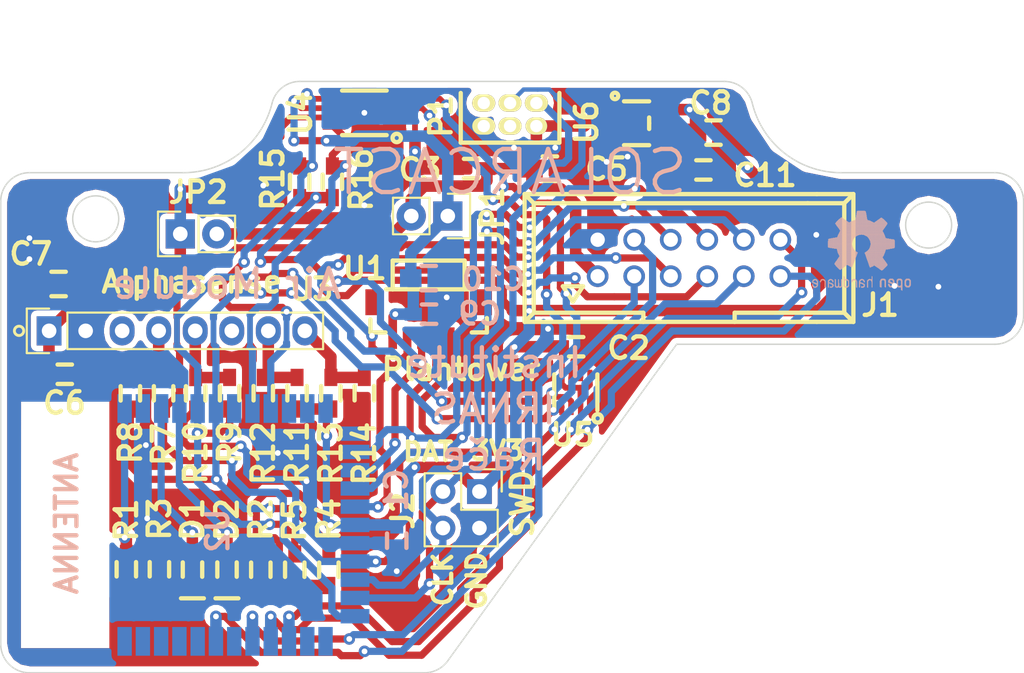
<source format=kicad_pcb>
(kicad_pcb (version 4) (host pcbnew 4.0.0-rc1-stable)
  (title_block (title "Safecast Air Module") (date 2017-01-27) (rev 1.0) (company "Institute IRNAS Rače"))
  (layers (0 F.Cu signal) (31 B.Cu signal) (34 B.Paste user) (35 F.Paste user) (36 B.SilkS user) (37 F.SilkS user) (38 B.Mask user) (39 F.Mask user) (44 Edge.Cuts user))
  (net 0 "")
  (net 1 GND)
  (net 2 +3V3)
  (net 3 +5V)
  (net 4 VCC_PLANT)
  (net 5 "Net-(C11-Pad1)")
  (net 6 "Net-(D1-Pad1)")
  (net 7 LED-RED)
  (net 8 TWI-SDA)
  (net 9 TWI-SCL)
  (net 10 SPI-SCLK)
  (net 11 SPI-CS)
  (net 12 SPI-MISO)
  (net 13 SPI-MOSI)
  (net 14 TMS)
  (net 15 TCK)
  (net 16 "Net-(R7-Pad2)")
  (net 17 "Net-(R10-Pad2)")
  (net 18 "Net-(R11-Pad1)")
  (net 19 "Net-(R13-Pad1)")
  (net 20 OC_PLANT)
  (net 21 EN_PLANT)
  (net 22 VCC_ALPHA)
  (net 23 "Net-(D2-Pad1)")
  (net 24 LED-YEL)
  (net 25 MCU-CTS)
  (net 26 MCU-RTS)
  (net 27 MCU-TX)
  (net 28 MCU-RX)
  (net 29 OC_ALPHA)
  (net 30 EN_ALPHA)
  (net 31 "Net-(R1-Pad1)")
  (module TPS79133:TPS79133 (layer F.Cu) (at 151.2 79.85 270)
    (fp_text reference U6 (at -0.065 2.125 450) (layer F.SilkS) (effects (font (size 1.5 1.5) (thickness 0.3))))
    (fp_text value TPS79133 hide)
    (pad 4 smd rect (at 0.95 -2.7 270) (size 0.6 1.05) (layers F.Cu F.Paste F.Mask) (net 5 "Net-(C11-Pad1)"))
    (pad 5 smd rect (at -0.95 -2.7 270) (size 0.6 1.05) (layers F.Cu F.Paste F.Mask) (net 2 +3V3))
    (pad 1 smd rect (at -0.95 0 270) (size 0.6 1.05) (layers F.Cu F.Paste F.Mask) (net 3 +5V))
    (pad 3 smd rect (at 0.95 0 270) (size 0.6 1.05) (layers F.Cu F.Paste F.Mask) (net 1 GND))
    (pad 2 smd rect (at 0 0 270) (size 0.6 1.05) (layers F.Cu F.Paste F.Mask) (net 1 GND))
  )
  (module BME280:BME280 (layer F.Cu) (at 147.075 97.325 270)
    (fp_text reference U5 (at 4.2 -1.025 360) (layer F.SilkS) (effects (font (size 1.5 1.5) (thickness 0.3))))
    (fp_text value BME280 hide)
    (pad 5 smd rect (at 0.225 -0.275 270) (size 0.8 0.35) (drill (offset -0.15 0)) (layers F.Cu F.Paste F.Mask) (net 2 +3V3))
    (pad 6 smd rect (at 0.225 -0.925 270) (size 0.8 0.35) (drill (offset -0.15 0)) (layers F.Cu F.Paste F.Mask) (net 2 +3V3))
    (pad 7 smd rect (at 0.225 -1.575 270) (size 0.8 0.35) (drill (offset -0.15 0)) (layers F.Cu F.Paste F.Mask) (net 1 GND))
    (pad 8 smd rect (at 0.225 -2.225 270) (size 0.8 0.35) (drill (offset -0.15 0)) (layers F.Cu F.Paste F.Mask) (net 2 +3V3))
    (pad 1 smd rect (at 2.275 -2.225 270) (size 0.8 0.35) (drill (offset 0.15 0)) (layers F.Cu F.Paste F.Mask) (net 1 GND))
    (pad 2 smd rect (at 2.275 -1.575 270) (size 0.8 0.35) (drill (offset 0.15 0)) (layers F.Cu F.Paste F.Mask) (net 2 +3V3))
    (pad 4 smd rect (at 2.275 -0.275 270) (size 0.8 0.35) (drill (offset 0.15 0)) (layers F.Cu F.Paste F.Mask) (net 9 TWI-SCL))
    (pad 3 smd rect (at 2.275 -0.925 270) (size 0.8 0.35) (drill (offset 0.15 0)) (layers F.Cu F.Paste F.Mask) (net 8 TWI-SDA))
  )
  (module TPS2064:TPS2064 (layer F.Cu) (at 133.625 79.125 90)
    (fp_text reference U4 (at -0.025 -4.45 270) (layer F.SilkS) (effects (font (size 1.5 1.5) (thickness 0.3))))
    (fp_text value TPS2064 hide)
    (pad 4 smd rect (at 0.975 2.1 90) (size 0.4 1.6) (layers F.Cu F.Paste F.Mask) (net 30 EN_ALPHA))
    (pad 3 smd rect (at 0.325 2.1 90) (size 0.4 1.6) (layers F.Cu F.Paste F.Mask) (net 21 EN_PLANT))
    (pad 2 smd rect (at -0.325 2.1 90) (size 0.4 1.6) (layers F.Cu F.Paste F.Mask) (net 3 +5V))
    (pad 1 smd rect (at -0.975 2.1 90) (size 0.4 1.6) (layers F.Cu F.Paste F.Mask) (net 1 GND))
    (pad 8 smd rect (at -0.975 -2.1 90) (size 0.4 1.6) (layers F.Cu F.Paste F.Mask) (net 20 OC_PLANT))
    (pad 7 smd rect (at -0.325 -2.1 90) (size 0.4 1.6) (layers F.Cu F.Paste F.Mask) (net 4 VCC_PLANT))
    (pad 5 smd rect (at 0.975 -2.1 90) (size 0.4 1.6) (layers F.Cu F.Paste F.Mask) (net 29 OC_ALPHA))
    (pad 6 smd rect (at 0.325 -2.1 90) (size 0.4 1.6) (layers F.Cu F.Paste F.Mask) (net 22 VCC_ALPHA))
    (pad 1 smd rect (at 0 0 90) (size 1.89 1.57) (layers F.Cu F.Paste F.Mask) (net 1 GND))
  )
  (module Socket_Strips:Socket_Strip_Straight_1x08 (layer F.Cu) (at 111.705 94.295)
    (fp_text reference U3 (at 18.24 -2.9) (layer F.SilkS) (effects (font (size 1.5 1.5) (thickness 0.3))))
    (fp_text value Plantower_PM2.5_PMS_5003 hide)
    (pad 1 thru_hole rect (at 0 0) (size 1.7272 2.032) (drill 1.016) (layers *.Cu *.Mask) (net 4 VCC_PLANT))
    (pad 2 thru_hole oval (at 2.54 0) (size 1.7272 2.032) (drill 1.016) (layers *.Cu *.Mask) (net 1 GND))
    (pad 3 thru_hole oval (at 5.08 0) (size 1.7272 2.032) (drill 1.016) (layers *.Cu *.Mask))
    (pad 4 thru_hole oval (at 7.62 0) (size 1.7272 2.032) (drill 1.016) (layers *.Cu *.Mask) (net 16 "Net-(R7-Pad2)"))
    (pad 5 thru_hole oval (at 10.16 0) (size 1.7272 2.032) (drill 1.016) (layers *.Cu *.Mask) (net 17 "Net-(R10-Pad2)"))
    (pad 6 thru_hole oval (at 12.7 0) (size 1.7272 2.032) (drill 1.016) (layers *.Cu *.Mask))
    (pad 7 thru_hole oval (at 15.24 0) (size 1.7272 2.032) (drill 1.016) (layers *.Cu *.Mask) (net 18 "Net-(R11-Pad1)"))
    (pad 8 thru_hole oval (at 17.78 0) (size 1.7272 2.032) (drill 1.016) (layers *.Cu *.Mask) (net 19 "Net-(R13-Pad1)"))
  )
  (module Molex_501331-0607:Molex_501331-0607 (layer F.Cu) (at 135.595 94.805 180)
    (fp_text reference U1 (at 1.94 4.85 360) (layer F.SilkS) (effects (font (size 1.5 1.5) (thickness 0.3))))
    (fp_text value Alphasense_OPC-N2 hide)
    (pad "" smd rect (at -6.3 2.5 180) (size 1.2 1.8) (layers F.Cu F.Paste F.Mask))
    (pad "" smd rect (at 1.3 2.5 180) (size 1.2 1.8) (layers F.Cu F.Paste F.Mask))
    (pad 6 smd rect (at -5 0 180) (size 0.6 1.5) (layers F.Cu F.Paste F.Mask) (net 1 GND))
    (pad 5 smd rect (at -4 0 180) (size 0.6 1.5) (layers F.Cu F.Paste F.Mask) (net 11 SPI-CS))
    (pad 4 smd rect (at -3 0 180) (size 0.6 1.5) (layers F.Cu F.Paste F.Mask) (net 13 SPI-MOSI))
    (pad 3 smd rect (at -2 0 180) (size 0.6 1.5) (layers F.Cu F.Paste F.Mask) (net 12 SPI-MISO))
    (pad 2 smd rect (at -1 0 180) (size 0.6 1.5) (layers F.Cu F.Paste F.Mask) (net 10 SPI-SCLK))
    (pad 1 smd rect (at 0 0 180) (size 0.6 1.5) (layers F.Cu F.Paste F.Mask) (net 22 VCC_ALPHA))
  )
  (module 0603_handsolder:0603_HandSoldering (layer F.Cu) (at 131.4 83.925 270)
    (fp_text reference R16 (at -0.15 -2 270) (layer F.SilkS) (effects (font (size 1.5 1.5) (thickness 0.3))))
    (fp_text value 10K hide)
    (pad 1 smd rect (at -1.1 0 270) (size 1.2 0.9) (layers F.Cu F.Paste F.Mask) (net 20 OC_PLANT))
    (pad 2 smd rect (at 1.1 0 270) (size 1.2 0.9) (layers F.Cu F.Paste F.Mask) (net 2 +3V3))
  )
  (module 0603_handsolder:0603_HandSoldering (layer F.Cu) (at 129.125 83.925 270)
    (fp_text reference R15 (at -0.2 1.875 270) (layer F.SilkS) (effects (font (size 1.5 1.5) (thickness 0.3))))
    (fp_text value 10K hide)
    (pad 1 smd rect (at -1.1 0 270) (size 1.2 0.9) (layers F.Cu F.Paste F.Mask) (net 29 OC_ALPHA))
    (pad 2 smd rect (at 1.1 0 270) (size 1.2 0.9) (layers F.Cu F.Paste F.Mask) (net 2 +3V3))
  )
  (module 0603_handsolder:0603_HandSoldering (layer F.Cu) (at 133.62 98.635 90)
    (fp_text reference R14 (at -4.2 0 90) (layer F.SilkS) (effects (font (size 1.5 1.5) (thickness 0.3))))
    (fp_text value 0R hide)
    (pad 1 smd rect (at -1.1 0 90) (size 1.2 0.9) (layers F.Cu F.Paste F.Mask) (net 1 GND))
    (pad 2 smd rect (at 1.1 0 90) (size 1.2 0.9) (layers F.Cu F.Paste F.Mask) (net 19 "Net-(R13-Pad1)"))
  )
  (module 0603_handsolder:0603_HandSoldering (layer F.Cu) (at 131.295 98.635 270)
    (fp_text reference R13 (at 4.175 0 270) (layer F.SilkS) (effects (font (size 1.5 1.5) (thickness 0.3))))
    (fp_text value 0R hide)
    (pad 1 smd rect (at -1.1 0 270) (size 1.2 0.9) (layers F.Cu F.Paste F.Mask) (net 19 "Net-(R13-Pad1)"))
    (pad 2 smd rect (at 1.1 0 270) (size 1.2 0.9) (layers F.Cu F.Paste F.Mask) (net 2 +3V3))
  )
  (module 0603_handsolder:0603_HandSoldering (layer F.Cu) (at 126.595 98.635 90)
    (fp_text reference R12 (at -4.175 0 90) (layer F.SilkS) (effects (font (size 1.5 1.5) (thickness 0.3))))
    (fp_text value 0R hide)
    (pad 1 smd rect (at -1.1 0 90) (size 1.2 0.9) (layers F.Cu F.Paste F.Mask) (net 1 GND))
    (pad 2 smd rect (at 1.1 0 90) (size 1.2 0.9) (layers F.Cu F.Paste F.Mask) (net 18 "Net-(R11-Pad1)"))
  )
  (module 0603_handsolder:0603_HandSoldering (layer F.Cu) (at 128.945 98.635 270)
    (fp_text reference R11 (at 4.125 0 270) (layer F.SilkS) (effects (font (size 1.5 1.5) (thickness 0.3))))
    (fp_text value 0R hide)
    (pad 1 smd rect (at -1.1 0 270) (size 1.2 0.9) (layers F.Cu F.Paste F.Mask) (net 18 "Net-(R11-Pad1)"))
    (pad 2 smd rect (at 1.1 0 270) (size 1.2 0.9) (layers F.Cu F.Paste F.Mask) (net 2 +3V3))
  )
  (module 0603_handsolder:0603_HandSoldering (layer F.Cu) (at 121.895 98.645 90)
    (fp_text reference R10 (at -4.125 0 90) (layer F.SilkS) (effects (font (size 1.5 1.5) (thickness 0.3))))
    (fp_text value 0R hide)
    (pad 1 smd rect (at -1.1 0 90) (size 1.2 0.9) (layers F.Cu F.Paste F.Mask) (net 27 MCU-TX))
    (pad 2 smd rect (at 1.1 0 90) (size 1.2 0.9) (layers F.Cu F.Paste F.Mask) (net 17 "Net-(R10-Pad2)"))
  )
  (module 0603_handsolder:0603_HandSoldering (layer F.Cu) (at 124.255 98.635 90)
    (fp_text reference R9 (at -3.425 0 90) (layer F.SilkS) (effects (font (size 1.5 1.5) (thickness 0.3))))
    (fp_text value 0R hide)
    (pad 1 smd rect (at -1.1 0 90) (size 1.2 0.9) (layers F.Cu F.Paste F.Mask) (net 8 TWI-SDA))
    (pad 2 smd rect (at 1.1 0 90) (size 1.2 0.9) (layers F.Cu F.Paste F.Mask) (net 17 "Net-(R10-Pad2)"))
  )
  (module 0603_handsolder:0603_HandSoldering (layer F.Cu) (at 117.355 98.645 90)
    (fp_text reference R8 (at -3.425 0 90) (layer F.SilkS) (effects (font (size 1.5 1.5) (thickness 0.3))))
    (fp_text value 0R hide)
    (pad 1 smd rect (at -1.1 0 90) (size 1.2 0.9) (layers F.Cu F.Paste F.Mask) (net 9 TWI-SCL))
    (pad 2 smd rect (at 1.1 0 90) (size 1.2 0.9) (layers F.Cu F.Paste F.Mask) (net 16 "Net-(R7-Pad2)"))
  )
  (module 0603_handsolder:0603_HandSoldering (layer F.Cu) (at 119.665 98.645 90)
    (fp_text reference R7 (at -3.55 0 90) (layer F.SilkS) (effects (font (size 1.5 1.5) (thickness 0.3))))
    (fp_text value 0R hide)
    (pad 1 smd rect (at -1.1 0 90) (size 1.2 0.9) (layers F.Cu F.Paste F.Mask) (net 28 MCU-RX))
    (pad 2 smd rect (at 1.1 0 90) (size 1.2 0.9) (layers F.Cu F.Paste F.Mask) (net 16 "Net-(R7-Pad2)"))
  )
  (module 0603_handsolder:0603_HandSoldering (layer F.Cu) (at 128.785 110.915 270)
    (fp_text reference R5 (at -3.45 0.025 270) (layer F.SilkS) (effects (font (size 1.5 1.5) (thickness 0.3))))
    (fp_text value 10K hide)
    (pad 1 smd rect (at -1.1 0 270) (size 1.2 0.9) (layers F.Cu F.Paste F.Mask) (net 8 TWI-SDA))
    (pad 2 smd rect (at 1.1 0 270) (size 1.2 0.9) (layers F.Cu F.Paste F.Mask) (net 2 +3V3))
  )
  (module 0603_handsolder:0603_HandSoldering (layer F.Cu) (at 131.155 110.915 270)
    (fp_text reference R4 (at -3.5 0 270) (layer F.SilkS) (effects (font (size 1.5 1.5) (thickness 0.3))))
    (fp_text value 10K hide)
    (pad 1 smd rect (at -1.1 0 270) (size 1.2 0.9) (layers F.Cu F.Paste F.Mask) (net 9 TWI-SCL))
    (pad 2 smd rect (at 1.1 0 270) (size 1.2 0.9) (layers F.Cu F.Paste F.Mask) (net 2 +3V3))
  )
  (module 0603_handsolder:0603_HandSoldering (layer F.Cu) (at 119.375 110.885 90)
    (fp_text reference R3 (at 3.5 0 90) (layer F.SilkS) (effects (font (size 1.5 1.5) (thickness 0.3))))
    (fp_text value 1K hide)
    (pad 1 smd rect (at -1.1 0 90) (size 1.2 0.9) (layers F.Cu F.Paste F.Mask) (net 6 "Net-(D1-Pad1)"))
    (pad 2 smd rect (at 1.1 0 90) (size 1.2 0.9) (layers F.Cu F.Paste F.Mask) (net 1 GND))
  )
  (module 0603_handsolder:0603_HandSoldering (layer F.Cu) (at 126.425 110.915 90)
    (fp_text reference R2 (at 3.5 0 270) (layer F.SilkS) (effects (font (size 1.5 1.5) (thickness 0.3))))
    (fp_text value 1K hide)
    (pad 1 smd rect (at -1.1 0 90) (size 1.2 0.9) (layers F.Cu F.Paste F.Mask) (net 23 "Net-(D2-Pad1)"))
    (pad 2 smd rect (at 1.1 0 90) (size 1.2 0.9) (layers F.Cu F.Paste F.Mask) (net 1 GND))
  )
  (module 0603_handsolder:0603_HandSoldering (layer F.Cu) (at 117.075 110.885 270)
    (fp_text reference R1 (at -3.425 0 270) (layer F.SilkS) (effects (font (size 1.5 1.5) (thickness 0.3))))
    (fp_text value 10K hide)
    (pad 1 smd rect (at -1.1 0 270) (size 1.2 0.9) (layers F.Cu F.Paste F.Mask) (net 31 "Net-(R1-Pad1)"))
    (pad 2 smd rect (at 1.1 0 270) (size 1.2 0.9) (layers F.Cu F.Paste F.Mask) (net 2 +3V3))
  )
  (module Socket_Strips:Socket_Strip_Straight_1x02 (layer F.Cu) (at 120.825 87.55)
    (fp_text reference JP2 (at 1.25 -2.9) (layer F.SilkS) (effects (font (size 1.5 1.5) (thickness 0.3))))
    (fp_text value JUMPER hide)
    (pad 1 thru_hole rect (at 0 0) (size 2.032 2.032) (drill 1.016) (layers *.Cu *.Mask) (net 4 VCC_PLANT))
    (pad 2 thru_hole oval (at 2.54 0) (size 2.032 2.032) (drill 1.016) (layers *.Cu *.Mask) (net 3 +5V))
  )
  (module Socket_Strips:Socket_Strip_Straight_1x02 (layer F.Cu) (at 139.425 86.305 180)
    (fp_text reference JP1 (at -3.1 -0.03 270) (layer F.SilkS) (effects (font (size 1.5 1.5) (thickness 0.3))))
    (fp_text value JUMPER hide)
    (pad 1 thru_hole rect (at 0 0 180) (size 2.032 2.032) (drill 1.016) (layers *.Cu *.Mask) (net 22 VCC_ALPHA))
    (pad 2 thru_hole oval (at 2.54 0 180) (size 2.032 2.032) (drill 1.016) (layers *.Cu *.Mask) (net 3 +5V))
  )
  (module IDC12_connector:IDC12_connector (layer F.Cu) (at 154.925 89.225)
    (fp_text reference J1 (at 14.56 3.28) (layer F.SilkS) (effects (font (size 1.5 1.5) (thickness 0.3))))
    (fp_text value IDC12 hide)
    (pad 11 thru_hole circle (at 7.62 1.27) (size 1.50622 1.50622) (drill 0.99822) (layers *.Cu *.Mask) (net 25 MCU-CTS))
    (pad 12 thru_hole circle (at 7.62 -1.27) (size 1.50622 1.50622) (drill 0.99822) (layers *.Cu *.Mask) (net 26 MCU-RTS))
    (pad 1 thru_hole circle (at -5.08 1.27) (size 1.50622 1.50622) (drill 0.99822) (layers *.Cu *.Mask) (net 3 +5V))
    (pad 2 thru_hole circle (at -5.08 -1.27) (size 1.50622 1.50622) (drill 0.99822) (layers *.Cu *.Mask) (net 1 GND))
    (pad 3 thru_hole circle (at -2.54 1.27) (size 1.50622 1.50622) (drill 0.99822) (layers *.Cu *.Mask) (net 8 TWI-SDA))
    (pad 4 thru_hole circle (at -2.54 -1.27) (size 1.50622 1.50622) (drill 0.99822) (layers *.Cu *.Mask) (net 9 TWI-SCL))
    (pad 5 thru_hole circle (at 0 1.27) (size 1.50622 1.50622) (drill 0.99822) (layers *.Cu *.Mask) (net 10 SPI-SCLK))
    (pad 6 thru_hole circle (at 0 -1.27) (size 1.50622 1.50622) (drill 0.99822) (layers *.Cu *.Mask) (net 11 SPI-CS))
    (pad 7 thru_hole circle (at 2.54 1.27) (size 1.50622 1.50622) (drill 0.99822) (layers *.Cu *.Mask) (net 12 SPI-MISO))
    (pad 8 thru_hole circle (at 2.54 -1.27) (size 1.50622 1.50622) (drill 0.99822) (layers *.Cu *.Mask) (net 13 SPI-MOSI))
    (pad 9 thru_hole circle (at 5.08 1.27) (size 1.50622 1.50622) (drill 0.99822) (layers *.Cu *.Mask) (net 27 MCU-TX))
    (pad 10 thru_hole circle (at 5.08 -1.27) (size 1.50622 1.50622) (drill 0.99822) (layers *.Cu *.Mask) (net 28 MCU-RX))
  )
  (module 0603_handsolder:LED_0603_HandSoldering (layer F.Cu) (at 124.075 110.905 90)
    (fp_text reference D2 (at 3.475 0 90) (layer F.SilkS) (effects (font (size 1.5 1.5) (thickness 0.3))))
    (fp_text value LED hide)
    (pad 1 smd rect (at -1.1 0 90) (size 1.2 0.9) (layers F.Cu F.Paste F.Mask) (net 23 "Net-(D2-Pad1)"))
    (pad 2 smd rect (at 1.1 0 90) (size 1.2 0.9) (layers F.Cu F.Paste F.Mask) (net 24 LED-YEL))
  )
  (module 0603_handsolder:LED_0603_HandSoldering (layer F.Cu) (at 121.675 110.905 90)
    (fp_text reference D1 (at 3.5 0 270) (layer F.SilkS) (effects (font (size 1.5 1.5) (thickness 0.3))))
    (fp_text value LED hide)
    (pad 1 smd rect (at -1.1 0 90) (size 1.2 0.9) (layers F.Cu F.Paste F.Mask) (net 6 "Net-(D1-Pad1)"))
    (pad 2 smd rect (at 1.1 0 90) (size 1.2 0.9) (layers F.Cu F.Paste F.Mask) (net 7 LED-RED))
  )
  (module 0805_handsolder:0805_HandSoldering (layer B.Cu) (at 138.1 90.625)
    (fp_text reference C10 (at 4.505 0.08) (layer B.SilkS) (effects (font (size 1.5 1.5) (thickness 0.3)) (justify mirror)))
    (fp_text value 10uF hide)
    (pad 1 smd rect (at -1.25 0) (size 1.5 1.25) (layers B.Cu B.Paste B.Mask) (net 22 VCC_ALPHA))
    (pad 2 smd rect (at 1.25 0) (size 1.5 1.25) (layers B.Cu B.Paste B.Mask) (net 1 GND))
  )
  (module 0603_handsolder:0603_HandSoldering (layer B.Cu) (at 138.125 93.135)
    (fp_text reference C9 (at 3.53 -0.03) (layer B.SilkS) (effects (font (size 1.5 1.5) (thickness 0.3)) (justify mirror)))
    (fp_text value 100nF hide)
    (pad 1 smd rect (at -1.1 0) (size 1.2 0.9) (layers B.Cu B.Paste B.Mask) (net 22 VCC_ALPHA))
    (pad 2 smd rect (at 1.1 0) (size 1.2 0.9) (layers B.Cu B.Paste B.Mask) (net 1 GND))
  )
  (module 0805_handsolder:0805_HandSoldering (layer F.Cu) (at 157.9 80.5)
    (fp_text reference C8 (at -0.195 -2.055) (layer F.SilkS) (effects (font (size 1.5 1.5) (thickness 0.3))))
    (fp_text value 10uF hide)
    (pad 1 smd rect (at -1.25 0) (size 1.5 1.25) (layers F.Cu F.Paste F.Mask) (net 2 +3V3))
    (pad 2 smd rect (at 1.25 0) (size 1.5 1.25) (layers F.Cu F.Paste F.Mask) (net 1 GND))
  )
  (module 0805_handsolder:0805_HandSoldering (layer F.Cu) (at 112.365 91.035 180)
    (fp_text reference C7 (at 1.93 2.09 180) (layer F.SilkS) (effects (font (size 1.5 1.5) (thickness 0.3))))
    (fp_text value 10uF hide)
    (pad 1 smd rect (at -1.25 0 180) (size 1.5 1.25) (layers F.Cu F.Paste F.Mask) (net 4 VCC_PLANT))
    (pad 2 smd rect (at 1.25 0 180) (size 1.5 1.25) (layers F.Cu F.Paste F.Mask) (net 1 GND))
  )
  (module 0603_handsolder:0603_HandSoldering (layer F.Cu) (at 112.795 97.315)
    (fp_text reference C6 (at -0.02 2) (layer F.SilkS) (effects (font (size 1.5 1.5) (thickness 0.3))))
    (fp_text value 100nF hide)
    (pad 1 smd rect (at -1.1 0) (size 1.2 0.9) (layers F.Cu F.Paste F.Mask) (net 4 VCC_PLANT))
    (pad 2 smd rect (at 1.1 0) (size 1.2 0.9) (layers F.Cu F.Paste F.Mask) (net 1 GND))
  )
  (module 0805_handsolder:0805_HandSoldering (layer F.Cu) (at 146.525 83.005)
    (fp_text reference C5 (at 3.94 0.04 180) (layer F.SilkS) (effects (font (size 1.5 1.5) (thickness 0.3))))
    (fp_text value 10uF hide)
    (pad 1 smd rect (at -1.25 0) (size 1.5 1.25) (layers F.Cu F.Paste F.Mask) (net 3 +5V))
    (pad 2 smd rect (at 1.25 0) (size 1.5 1.25) (layers F.Cu F.Paste F.Mask) (net 1 GND))
  )
  (module 0603_handsolder:0603_HandSoldering (layer F.Cu) (at 141.045 83.005 180)
    (fp_text reference C3 (at 3.55 -0.08 180) (layer F.SilkS) (effects (font (size 1.5 1.5) (thickness 0.3))))
    (fp_text value 100nF hide)
    (pad 1 smd rect (at -1.1 0 180) (size 1.2 0.9) (layers F.Cu F.Paste F.Mask) (net 3 +5V))
    (pad 2 smd rect (at 1.1 0 180) (size 1.2 0.9) (layers F.Cu F.Paste F.Mask) (net 1 GND))
  )
  (module 0603_handsolder:0603_HandSoldering (layer F.Cu) (at 148.35 95.4)
    (fp_text reference C2 (at 3.65 0.1) (layer F.SilkS) (effects (font (size 1.5 1.5) (thickness 0.3))))
    (fp_text value 100nF hide)
    (pad 1 smd rect (at -1.1 0) (size 1.2 0.9) (layers F.Cu F.Paste F.Mask) (net 2 +3V3))
    (pad 2 smd rect (at 1.1 0) (size 1.2 0.9) (layers F.Cu F.Paste F.Mask) (net 1 GND))
  )
  (module 0603_handsolder:0603_HandSoldering (layer B.Cu) (at 135.875 108.895 90)
    (fp_text reference C1 (at 3.525 -0.025 270) (layer B.SilkS) (effects (font (size 1.5 1.5) (thickness 0.3)) (justify mirror)))
    (fp_text value 100nF hide)
    (pad 1 smd rect (at -1.1 0 90) (size 1.2 0.9) (layers B.Cu B.Paste B.Mask) (net 1 GND))
    (pad 2 smd rect (at 1.1 0 90) (size 1.2 0.9) (layers B.Cu B.Paste B.Mask) (net 2 +3V3))
  )
  (module 0603_handsolder:0603_HandSoldering (layer F.Cu) (at 157.2 83.1)
    (fp_text reference C11 (at 4.285 0.375) (layer F.SilkS) (effects (font (size 1.5 1.5) (thickness 0.3))))
    (fp_text value 10nF hide)
    (pad 1 smd rect (at -1.1 0) (size 1.2 0.9) (layers F.Cu F.Paste F.Mask) (net 5 "Net-(C11-Pad1)"))
    (pad 2 smd rect (at 1.1 0) (size 1.2 0.9) (layers F.Cu F.Paste F.Mask) (net 1 GND))
  )
  (module Socket_Strips:Socket_Strip_Straight_2x02 (layer F.Cu) (at 141.625 105.475 270)
    (fp_text reference J2 (at 1.34 5.33 450) (layer F.SilkS) (effects (font (size 1.5 1.5) (thickness 0.3))))
    (fp_text value ARM_SWD_SMALL hide)
    (pad 1 thru_hole rect (at 0 0 270) (size 1.7272 1.7272) (drill 1.016) (layers *.Cu *.Mask) (net 2 +3V3))
    (pad 2 thru_hole oval (at 0 2.54 270) (size 1.7272 1.7272) (drill 1.016) (layers *.Cu *.Mask) (net 14 TMS))
    (pad 3 thru_hole oval (at 2.54 0 270) (size 1.7272 1.7272) (drill 1.016) (layers *.Cu *.Mask) (net 1 GND))
    (pad 4 thru_hole oval (at 2.54 2.54 270) (size 1.7272 1.7272) (drill 1.016) (layers *.Cu *.Mask) (net 15 TCK))
  )
  (module DCP-USBCB-SC:DCP-USBCB-SC (layer F.Cu) (at 143.755 79.245 180)
    (fp_text reference P1 (at 4.81 -0.12 270) (layer F.SilkS) (effects (font (size 1.5 1.5) (thickness 0.3))))
    (fp_text value USB_OTG hide)
    (pad 1 thru_hole oval (at -1.83 -0.8 180) (size 1.5 1.2) (drill 0.86) (layers *.Cu *.Mask F.SilkS) (net 3 +5V))
    (pad 2 thru_hole oval (at -1.83 0.8 180) (size 1.6 1.2) (drill 0.86) (layers *.Cu *.Mask F.SilkS) (net 15 TCK))
    (pad 3 thru_hole oval (at 0 0.8 180) (size 1.6 1.2) (drill 0.86) (layers *.Cu *.Mask F.SilkS) (net 14 TMS))
    (pad 6 thru_hole oval (at 1.83 0.8 180) (size 1.6 1.2) (drill 0.86) (layers *.Cu *.Mask F.SilkS))
    (pad 5 thru_hole oval (at 1.83 -0.8 180) (size 1.6 1.2) (drill 0.86) (layers *.Cu *.Mask F.SilkS) (net 1 GND))
    (pad 4 thru_hole oval (at 0 -0.8 180) (size 1.6 1.2) (drill 0.86) (layers *.Cu *.Mask F.SilkS))
  )
  (module OPENHARDWARE:OSHWLOGO0.3IN (layer B.Cu) (at 172 85 180)
    (fp_text reference G*** hide)
    (fp_text value LOGO hide)
  )
  (module nRF52832:nRF52832-SMD (layer B.Cu) (at 130.925 99.7 270)
    (fp_text reference U2 (at 8.5 7.5 270) (layer B.SilkS) (effects (font (size 1.5 1.5) (thickness 0.3)) (justify mirror)))
    (fp_text value nRF52832)
    (fp_text user ANTENNA (at 8 18 270) (layer B.SilkS) (effects (font (size 1.5 1.5) (thickness 0.3)) (justify mirror)))
    (pad 22 smd rect (at 13.18 -2.05 270) (size 1 2) (layers B.Cu B.Paste B.Mask) (net 14 TMS))
    (pad 21 smd rect (at 11.91 -2.05 270) (size 1 2) (layers B.Cu B.Paste B.Mask) (net 15 TCK))
    (pad 20 smd rect (at 10.64 -2.05 270) (size 1 2) (layers B.Cu B.Paste B.Mask) (net 27 MCU-TX))
    (pad 19 smd rect (at 9.37 -2.05 270) (size 1 2) (layers B.Cu B.Paste B.Mask) (net 1 GND))
    (pad 18 smd rect (at 8.1 -2.05 270) (size 1 2) (layers B.Cu B.Paste B.Mask) (net 2 +3V3))
    (pad 17 smd rect (at 6.83 -2.05 270) (size 1 2) (layers B.Cu B.Paste B.Mask) (net 10 SPI-SCLK))
    (pad 23 smd rect (at 14.45 -2.05 270) (size 1 2) (layers B.Cu B.Paste B.Mask) (net 28 MCU-RX))
    (pad 16 smd rect (at 5.56 -2.05 270) (size 1 2) (layers B.Cu B.Paste B.Mask) (net 11 SPI-CS))
    (pad 15 smd rect (at 4.29 -2.05 270) (size 1 2) (layers B.Cu B.Paste B.Mask) (net 12 SPI-MISO))
    (pad 14 smd rect (at 3.02 -2.05 270) (size 1 2) (layers B.Cu B.Paste B.Mask) (net 13 SPI-MOSI))
    (pad 13 smd rect (at 1.75 -2.05 270) (size 1 2) (layers B.Cu B.Paste B.Mask))
    (pad 35 smd rect (at 16.2 13.97 270) (size 2 1) (layers B.Cu B.Paste B.Mask))
    (pad 34 smd rect (at 16.2 12.7 270) (size 2 1) (layers B.Cu B.Paste B.Mask))
    (pad 33 smd rect (at 16.2 11.43 270) (size 2 1) (layers B.Cu B.Paste B.Mask))
    (pad 32 smd rect (at 16.2 10.16 270) (size 2 1) (layers B.Cu B.Paste B.Mask))
    (pad 31 smd rect (at 16.2 8.89 270) (size 2 1) (layers B.Cu B.Paste B.Mask))
    (pad 30 smd rect (at 16.2 7.62 270) (size 2 1) (layers B.Cu B.Paste B.Mask) (net 30 EN_ALPHA))
    (pad 29 smd rect (at 16.2 6.35 270) (size 2 1) (layers B.Cu B.Paste B.Mask))
    (pad 28 smd rect (at 16.2 5.08 270) (size 2 1) (layers B.Cu B.Paste B.Mask) (net 21 EN_PLANT))
    (pad 27 smd rect (at 16.2 3.81 270) (size 2 1) (layers B.Cu B.Paste B.Mask) (net 25 MCU-CTS))
    (pad 26 smd rect (at 16.2 2.54 270) (size 2 1) (layers B.Cu B.Paste B.Mask) (net 26 MCU-RTS))
    (pad 25 smd rect (at 16.2 1.27 270) (size 2 1) (layers B.Cu B.Paste B.Mask))
    (pad 24 smd rect (at 16.2 0 270) (size 2 1) (layers B.Cu B.Paste B.Mask))
    (pad 1 smd rect (at 0 13.97 270) (size 2 1) (layers B.Cu B.Paste B.Mask) (net 31 "Net-(R1-Pad1)"))
    (pad 2 smd rect (at 0 12.7 270) (size 2 1) (layers B.Cu B.Paste B.Mask))
    (pad 3 smd rect (at 0 11.43 270) (size 2 1) (layers B.Cu B.Paste B.Mask) (net 7 LED-RED))
    (pad 4 smd rect (at 0 10.16 270) (size 2 1) (layers B.Cu B.Paste B.Mask) (net 24 LED-YEL))
    (pad 5 smd rect (at 0 8.89 270) (size 2 1) (layers B.Cu B.Paste B.Mask) (net 8 TWI-SDA))
    (pad 6 smd rect (at 0 7.62 270) (size 2 1) (layers B.Cu B.Paste B.Mask) (net 9 TWI-SCL))
    (pad 7 smd rect (at 0 6.35 270) (size 2 1) (layers B.Cu B.Paste B.Mask))
    (pad 8 smd rect (at 0 5.08 270) (size 2 1) (layers B.Cu B.Paste B.Mask) (net 20 OC_PLANT))
    (pad 9 smd rect (at 0 3.81 270) (size 2 1) (layers B.Cu B.Paste B.Mask) (net 29 OC_ALPHA))
    (pad 10 smd rect (at 0 2.54 270) (size 2 1) (layers B.Cu B.Paste B.Mask))
    (pad 11 smd rect (at 0 1.27 270) (size 2 1) (layers B.Cu B.Paste B.Mask))
    (pad 12 smd rect (at 0 0 270) (size 2 1) (layers B.Cu B.Paste B.Mask))
  )
  (gr_text "Air Module" (at 124.055 91.025) (layer B.SilkS) (effects (font (size 2 2) (thickness 0.3)) (justify mirror)))
  (gr_text "Institute\nIRNAS\nRače" (at 142.605 99.745) (layer B.SilkS) (effects (font (size 2 2) (thickness 0.3)) (justify mirror)))
  (gr_text SOLARCAST (at 143.755 83.265) (layer B.SilkS) (effects (font (size 3 3) (thickness 0.3)) (justify mirror)))
  (gr_text Plantower (at 140.345 96.975) (layer F.SilkS) (effects (font (size 1.5 1.5) (thickness 0.3))))
  (gr_text Alphasense (at 121.625 90.885) (layer F.SilkS) (effects (font (size 1.5 1.5) (thickness 0.3))))
  (gr_circle (center 109.615 94.295) (end 109.795 94.565) (layer F.SilkS) (width 0.2))
  (gr_text SWD (at 144.615 106.315 90) (layer F.SilkS) (effects (font (size 1.5 1.5) (thickness 0.3))))
  (gr_text GND (at 141.425 111.675 90) (layer F.SilkS) (effects (font (size 1.3 1.3) (thickness 0.3))))
  (gr_text "CLK\n" (at 139.075 111.6 90) (layer F.SilkS) (effects (font (size 1.3 1.3) (thickness 0.3))))
  (gr_text 3V3 (at 142.885 102.625) (layer F.SilkS) (effects (font (size 1.3 1.3) (thickness 0.3))))
  (gr_text DAT (at 138.055 102.705) (layer F.SilkS) (effects (font (size 1.3 1.3) (thickness 0.3))))
  (gr_arc (start 110.3411 116.0876) (end 108.3411 116.0876) (angle -90) (layer Edge.Cuts) (width 0.1))
  (gr_line (start 108.3411 116.0876) (end 108.3411 85.2896) (layer Edge.Cuts) (width 0.1))
  (gr_arc (start 110.3411 85.2896) (end 110.3411 83.2896) (angle -90) (layer Edge.Cuts) (width 0.1))
  (gr_line (start 110.3411 83.2896) (end 121.0411 83.2896) (layer Edge.Cuts) (width 0.1))
  (gr_arc (start 121.0411 76.9396) (end 121.0411 83.2896) (angle -76.14173134) (layer Edge.Cuts) (width 0.1))
  (gr_arc (start 129.148041 78.9396) (end 129.148041 76.9396) (angle -76.14173134) (layer Edge.Cuts) (width 0.1))
  (gr_line (start 129.148041 76.9396) (end 158.654159 76.9396) (layer Edge.Cuts) (width 0.1))
  (gr_arc (start 158.654159 78.9396) (end 160.595941 78.460558) (angle -76.14173134) (layer Edge.Cuts) (width 0.1))
  (gr_arc (start 166.7611 76.9396) (end 160.595941 78.460558) (angle -76.14173134) (layer Edge.Cuts) (width 0.1))
  (gr_line (start 177.4611 83.2896) (end 166.7611 83.2896) (layer Edge.Cuts) (width 0.1))
  (gr_arc (start 177.4611 85.2896) (end 179.4611 85.2896) (angle -90) (layer Edge.Cuts) (width 0.1))
  (gr_line (start 179.4611 93.2276) (end 179.4611 85.2896) (layer Edge.Cuts) (width 0.1))
  (gr_arc (start 177.4611 93.2276) (end 177.4611 95.2276) (angle -90) (layer Edge.Cuts) (width 0.1))
  (gr_line (start 177.4611 95.2276) (end 155.339032 95.2276) (layer Edge.Cuts) (width 0.1))
  (gr_line (start 155.339032 95.2276) (end 139.419856 117.258951) (layer Edge.Cuts) (width 0.1))
  (gr_arc (start 137.798765 116.0876) (end 137.798765 118.0876) (angle -54.14928361) (layer Edge.Cuts) (width 0.1))
  (gr_line (start 137.798765 118.0876) (end 110.3411 118.0876) (layer Edge.Cuts) (width 0.1))
  (gr_circle (center 114.9451 86.501602) (end 116.5451 86.501602) (layer Edge.Cuts) (width 0.1))
  (gr_circle (center 172.8571 86.9346) (end 174.4571 86.9346) (layer Edge.Cuts) (width 0.1))
  (segment (start 118.525 107.345) (end 118.525 102.335) (width 0.5) (layer B.Cu) (net 1))
  (segment (start 127.405 102.795) (end 123.805 106.395) (width 0.5) (layer F.Cu) (net 1))
  (segment (start 123.805 106.395) (end 119.475 106.395) (width 0.5) (layer F.Cu) (net 1))
  (segment (start 119.475 106.395) (end 118.525 107.345) (width 0.5) (layer F.Cu) (net 1))
  (via (at 118.525 107.345) (size 0.8) (drill 0.4) (layers F.Cu B.Cu) (net 1))
  (segment (start 129.605 104.755) (end 129.565 104.755) (width 0.5) (layer F.Cu) (net 1))
  (via (at 127.605 102.795) (size 0.8) (drill 0.4) (layers F.Cu B.Cu) (net 1))
  (segment (start 129.565 104.755) (end 127.605 102.795) (width 0.5) (layer F.Cu) (net 1))
  (segment (start 127.605 102.795) (end 127.405 102.795) (width 0.5) (layer F.Cu) (net 1))
  (via (at 118.435 102.245) (size 0.8) (drill 0.4) (layers F.Cu B.Cu) (net 1))
  (segment (start 118.525 102.335) (end 118.435 102.245) (width 0.5) (layer B.Cu) (net 1))
  (segment (start 170.485 91.165) (end 168.595 91.165) (width 0.5) (layer B.Cu) (net 1))
  (via (at 165.045 87.615) (size 0.8) (drill 0.4) (layers F.Cu B.Cu) (net 1))
  (segment (start 168.595 91.165) (end 165.045 87.615) (width 0.5) (layer B.Cu) (net 1))
  (segment (start 170.485 91.165) (end 173.475 91.165) (width 0.5) (layer B.Cu) (net 1))
  (segment (start 168.865 89.545) (end 170.485 91.165) (width 0.5) (layer F.Cu) (net 1))
  (via (at 170.485 91.165) (size 0.8) (drill 0.4) (layers F.Cu B.Cu) (net 1))
  (segment (start 168.175 89.545) (end 168.865 89.545) (width 0.5) (layer F.Cu) (net 1))
  (via (at 173.535 91.225) (size 0.8) (drill 0.4) (layers F.Cu B.Cu) (net 1))
  (segment (start 173.475 91.165) (end 173.535 91.225) (width 0.5) (layer B.Cu) (net 1))
  (segment (start 150.465 82.535) (end 151.565 82.535) (width 0.5) (layer B.Cu) (net 1))
  (segment (start 151.2 81.8) (end 150.465 82.535) (width 0.5) (layer F.Cu) (net 1))
  (via (at 150.465 82.535) (size 0.8) (drill 0.4) (layers F.Cu B.Cu) (net 1))
  (segment (start 151.2 80.8) (end 151.2 81.8) (width 0.5) (layer F.Cu) (net 1))
  (via (at 151.925 82.175) (size 0.8) (drill 0.4) (layers F.Cu B.Cu) (net 1))
  (segment (start 151.565 82.535) (end 151.925 82.175) (width 0.5) (layer B.Cu) (net 1))
  (segment (start 151.925 82.175) (end 152.02 82.08) (width 0.5) (layer F.Cu) (net 1))
  (segment (start 152.02 82.08) (end 151.925 82.175) (width 0.5) (layer F.Cu) (net 1))
  (segment (start 151.925 82.175) (end 151.925 81.985) (width 0.5) (layer F.Cu) (net 1))
  (segment (start 110.335 89.305) (end 110.335 87.845) (width 0.5) (layer B.Cu) (net 1))
  (segment (start 111.955 89.465) (end 110.335 87.845) (width 0.5) (layer F.Cu) (net 1))
  (via (at 110.335 87.845) (size 0.8) (drill 0.4) (layers F.Cu B.Cu) (net 1))
  (segment (start 111.955 89.465) (end 111.955 89.515) (width 0.5) (layer F.Cu) (net 1))
  (via (at 110.335 89.305) (size 0.8) (drill 0.4) (layers F.Cu B.Cu) (net 1))
  (segment (start 124.695 86.185) (end 124.695 86.085) (width 0.5) (layer F.Cu) (net 1))
  (via (at 126.595 84.185) (size 0.8) (drill 0.4) (layers F.Cu B.Cu) (net 1))
  (segment (start 124.695 86.085) (end 126.595 84.185) (width 0.5) (layer F.Cu) (net 1))
  (via (at 133.625 85.555) (size 0.8) (drill 0.4) (layers F.Cu B.Cu) (net 1))
  (segment (start 133.625 85.555) (end 133.635 85.555) (width 0.5) (layer B.Cu) (net 1))
  (segment (start 144.155 98.525) (end 144.155 97.085) (width 0.8) (layer B.Cu) (net 1))
  (segment (start 144.155 97.085) (end 146.395 94.845) (width 0.8) (layer B.Cu) (net 1))
  (segment (start 144.095 106.355) (end 144.155 106.295) (width 0.8) (layer B.Cu) (net 1))
  (segment (start 144.155 106.295) (end 144.155 98.525) (width 0.8) (layer B.Cu) (net 1))
  (segment (start 143.525 106.925) (end 144.095 106.355) (width 0.8) (layer B.Cu) (net 1))
  (segment (start 142.435 108.015) (end 143.525 106.925) (width 0.8) (layer B.Cu) (net 1))
  (via (at 146.395 94.155) (size 0.8) (drill 0.4) (layers F.Cu B.Cu) (net 1))
  (segment (start 146.395 94.845) (end 146.395 94.155) (width 0.8) (layer B.Cu) (net 1))
  (segment (start 140.595 94.805) (end 141.075 94.805) (width 0.6) (layer F.Cu) (net 1))
  (segment (start 144.695 94.155) (end 143.465 94.155) (width 0.8) (layer F.Cu) (net 1))
  (segment (start 144.695 94.155) (end 146.395 94.155) (width 0.8) (layer F.Cu) (net 1))
  (segment (start 142.815 94.805) (end 141.165 94.805) (width 0.8) (layer F.Cu) (net 1))
  (segment (start 143.465 94.155) (end 142.815 94.805) (width 0.8) (layer F.Cu) (net 1))
  (segment (start 141.075 94.805) (end 141.165 94.805) (width 0.6) (layer F.Cu) (net 1))
  (segment (start 146.395 94.155) (end 147.075 94.155) (width 0.8) (layer F.Cu) (net 1))
  (segment (start 153.83 83.89) (end 154.575 84.635) (width 0.8) (layer F.Cu) (net 1))
  (segment (start 154.575 84.635) (end 157.845 84.635) (width 0.8) (layer F.Cu) (net 1))
  (segment (start 151.2 80.8) (end 151.2 81.26) (width 0.8) (layer F.Cu) (net 1))
  (segment (start 154.575 84.635) (end 157.845 84.635) (width 0.8) (layer F.Cu) (net 1))
  (segment (start 151.2 81.26) (end 151.925 81.985) (width 0.8) (layer F.Cu) (net 1))
  (segment (start 151.925 81.985) (end 153.83 83.89) (width 0.8) (layer F.Cu) (net 1))
  (segment (start 141.035 109.915) (end 141.035 108.605) (width 0.8) (layer F.Cu) (net 1))
  (segment (start 141.035 108.605) (end 141.625 108.015) (width 0.8) (layer F.Cu) (net 1))
  (segment (start 141.625 108.015) (end 141.035 108.605) (width 0.8) (layer F.Cu) (net 1))
  (segment (start 141.035 109.915) (end 139.245 111.705) (width 0.8) (layer F.Cu) (net 1))
  (segment (start 136.845 113.445) (end 138.225 113.445) (width 0.8) (layer F.Cu) (net 1))
  (segment (start 139.245 112.425) (end 139.245 111.705) (width 0.8) (layer F.Cu) (net 1))
  (segment (start 138.225 113.445) (end 139.245 112.425) (width 0.8) (layer F.Cu) (net 1))
  (segment (start 149.45 95.4) (end 149.45 94.155) (width 0.5) (layer F.Cu) (net 1))
  (segment (start 149.475 94.145) (end 149.475 94.155) (width 0.5) (layer F.Cu) (net 1))
  (segment (start 149.46 94.145) (end 149.475 94.145) (width 0.5) (layer F.Cu) (net 1))
  (segment (start 149.45 94.155) (end 149.46 94.145) (width 0.5) (layer F.Cu) (net 1))
  (segment (start 149.945 94.155) (end 149.475 94.155) (width 0.8) (layer F.Cu) (net 1))
  (segment (start 154.505 94.155) (end 149.945 94.155) (width 0.8) (layer F.Cu) (net 1))
  (segment (start 166.875 84.515) (end 163.595 84.515) (width 0.8) (layer F.Cu) (net 1))
  (segment (start 163.595 84.515) (end 159.58 80.5) (width 0.8) (layer F.Cu) (net 1))
  (segment (start 164.155 94.155) (end 166.165 94.155) (width 0.8) (layer F.Cu) (net 1))
  (segment (start 168.175 85.815) (end 166.875 84.515) (width 0.8) (layer F.Cu) (net 1))
  (segment (start 168.175 92.145) (end 168.175 89.545) (width 0.8) (layer F.Cu) (net 1))
  (segment (start 168.175 89.545) (end 168.175 85.815) (width 0.8) (layer F.Cu) (net 1))
  (segment (start 166.165 94.155) (end 168.175 92.145) (width 0.8) (layer F.Cu) (net 1))
  (segment (start 164.155 94.155) (end 154.505 94.155) (width 0.8) (layer F.Cu) (net 1))
  (segment (start 149.475 94.155) (end 147.075 94.155) (width 0.8) (layer F.Cu) (net 1))
  (segment (start 147.075 94.155) (end 145.685 94.155) (width 0.8) (layer F.Cu) (net 1))
  (segment (start 149.45 95.4) (end 149.485 95.365) (width 0.5) (layer F.Cu) (net 1))
  (segment (start 128.065 101.205) (end 129.625 102.765) (width 0.5) (layer F.Cu) (net 1))
  (segment (start 129.625 102.765) (end 129.625 103.195) (width 0.5) (layer F.Cu) (net 1))
  (segment (start 133.625 79.125) (end 133.625 85.555) (width 0.8) (layer F.Cu) (net 1))
  (segment (start 133.625 85.555) (end 133.625 86.155) (width 0.8) (layer F.Cu) (net 1))
  (segment (start 133.625 86.155) (end 133.945 86.475) (width 0.8) (layer F.Cu) (net 1))
  (segment (start 131.995 86.475) (end 133.945 86.475) (width 0.8) (layer F.Cu) (net 1))
  (segment (start 117.695 89.165) (end 117.345 89.515) (width 0.8) (layer F.Cu) (net 1))
  (segment (start 111.955 89.515) (end 111.25 90.22) (width 0.8) (layer F.Cu) (net 1))
  (segment (start 117.345 89.515) (end 111.955 89.515) (width 0.8) (layer F.Cu) (net 1))
  (segment (start 117.695 89.165) (end 118.815 88.045) (width 0.8) (layer F.Cu) (net 1))
  (segment (start 111.25 90.22) (end 111.115 90.355) (width 0.8) (layer F.Cu) (net 1))
  (segment (start 118.815 88.045) (end 118.815 86.235) (width 0.8) (layer F.Cu) (net 1))
  (segment (start 118.815 86.235) (end 119.345 85.705) (width 0.8) (layer F.Cu) (net 1))
  (segment (start 124.985 86.475) (end 131.995 86.475) (width 0.8) (layer F.Cu) (net 1))
  (segment (start 124.215 85.705) (end 124.695 86.185) (width 0.8) (layer F.Cu) (net 1))
  (segment (start 124.695 86.185) (end 124.985 86.475) (width 0.8) (layer F.Cu) (net 1))
  (segment (start 119.345 85.705) (end 124.215 85.705) (width 0.8) (layer F.Cu) (net 1))
  (segment (start 133.945 86.475) (end 137.415 83.005) (width 0.8) (layer F.Cu) (net 1))
  (segment (start 139.35 91.965) (end 140.045 91.965) (width 0.6) (layer F.Cu) (net 1))
  (segment (start 140.045 91.965) (end 140.595 92.515) (width 0.6) (layer F.Cu) (net 1))
  (segment (start 140.595 92.515) (end 140.595 94.805) (width 0.6) (layer F.Cu) (net 1))
  (via (at 139.35 91.965) (size 0.8) (drill 0.4) (layers F.Cu B.Cu) (net 1))
  (segment (start 139.35 91.965) (end 139.345 91.965) (width 0.8) (layer F.Cu) (net 1))
  (segment (start 139.225 93.135) (end 139.35 93.01) (width 0.8) (layer B.Cu) (net 1))
  (segment (start 139.35 93.01) (end 139.35 91.965) (width 0.8) (layer B.Cu) (net 1))
  (segment (start 139.35 91.965) (end 139.35 90.625) (width 0.8) (layer B.Cu) (net 1))
  (segment (start 111.115 90.355) (end 111.115 91.035) (width 0.8) (layer F.Cu) (net 1))
  (segment (start 149.48 95.37) (end 149.45 95.4) (width 0.8) (layer F.Cu) (net 1))
  (segment (start 159.58 80.5) (end 159.15 80.5) (width 0.8) (layer F.Cu) (net 1))
  (segment (start 149.3 99.6) (end 149.3 99.05) (width 0.4) (layer F.Cu) (net 1))
  (segment (start 149.685 96.505) (end 148.65 96.505) (width 0.4) (layer F.Cu) (net 1))
  (segment (start 149.985 96.805) (end 149.685 96.505) (width 0.4) (layer F.Cu) (net 1))
  (segment (start 149.985 98.365) (end 149.985 96.805) (width 0.4) (layer F.Cu) (net 1))
  (segment (start 149.3 99.05) (end 149.985 98.365) (width 0.4) (layer F.Cu) (net 1))
  (segment (start 129.625 103.195) (end 129.625 104.735) (width 0.5) (layer F.Cu) (net 1))
  (segment (start 129.625 104.735) (end 129.605 104.755) (width 0.5) (layer F.Cu) (net 1))
  (segment (start 125.235 108.025) (end 125.235 105.905) (width 0.5) (layer F.Cu) (net 1))
  (segment (start 125.235 105.905) (end 126.385 104.755) (width 0.5) (layer F.Cu) (net 1))
  (segment (start 126.385 104.755) (end 129.605 104.755) (width 0.5) (layer F.Cu) (net 1))
  (via (at 129.605 104.755) (size 0.8) (drill 0.4) (layers F.Cu B.Cu) (net 1))
  (segment (start 129.605 107.995) (end 129.605 104.755) (width 0.5) (layer B.Cu) (net 1))
  (segment (start 130.68 109.07) (end 129.605 107.995) (width 0.5) (layer B.Cu) (net 1))
  (segment (start 132.975 109.07) (end 130.68 109.07) (width 0.5) (layer B.Cu) (net 1))
  (segment (start 141.625 108.015) (end 142.265 108.015) (width 0.8) (layer B.Cu) (net 1))
  (segment (start 141.625 108.015) (end 142.435 108.015) (width 0.8) (layer B.Cu) (net 1))
  (segment (start 136.845 113.445) (end 135.875 112.475) (width 0.8) (layer F.Cu) (net 1))
  (segment (start 137.905 113.445) (end 136.845 113.445) (width 0.8) (layer F.Cu) (net 1))
  (segment (start 120.435 108.735) (end 120.435 107.995) (width 0.5) (layer F.Cu) (net 1))
  (segment (start 124.635 107.425) (end 125.235 108.025) (width 0.5) (layer F.Cu) (net 1))
  (segment (start 121.265 107.425) (end 124.635 107.425) (width 0.5) (layer F.Cu) (net 1))
  (segment (start 125.515 109.815) (end 125.235 109.535) (width 0.5) (layer F.Cu) (net 1))
  (segment (start 125.235 109.535) (end 125.235 108.025) (width 0.5) (layer F.Cu) (net 1))
  (segment (start 126.425 109.815) (end 125.515 109.815) (width 0.5) (layer F.Cu) (net 1))
  (segment (start 120.085 109.785) (end 120.435 109.435) (width 0.5) (layer F.Cu) (net 1))
  (segment (start 120.435 109.435) (end 120.435 108.735) (width 0.5) (layer F.Cu) (net 1))
  (segment (start 120.085 109.785) (end 119.375 109.785) (width 0.5) (layer F.Cu) (net 1))
  (segment (start 121.005 107.425) (end 121.265 107.425) (width 0.5) (layer F.Cu) (net 1))
  (segment (start 120.435 107.995) (end 121.005 107.425) (width 0.5) (layer F.Cu) (net 1))
  (segment (start 147.775 82.425) (end 146.895 81.545) (width 0.8) (layer F.Cu) (net 1))
  (via (at 146.895 81.545) (size 0.8) (drill 0.4) (layers F.Cu B.Cu) (net 1))
  (segment (start 141.925 80.725) (end 141.925 80.045) (width 0.8) (layer F.Cu) (net 1))
  (via (at 144.025 81.545) (size 0.8) (drill 0.4) (layers F.Cu B.Cu) (net 1))
  (segment (start 142.745 81.545) (end 144.025 81.545) (width 0.8) (layer F.Cu) (net 1))
  (segment (start 141.925 80.725) (end 142.745 81.545) (width 0.8) (layer F.Cu) (net 1))
  (segment (start 146.895 81.545) (end 144.025 81.545) (width 0.8) (layer B.Cu) (net 1))
  (segment (start 147.775 82.425) (end 147.775 83.005) (width 0.8) (layer F.Cu) (net 1))
  (segment (start 145.645 94.195) (end 148.995 94.195) (width 0.6) (layer F.Cu) (net 1))
  (segment (start 149.45 94.65) (end 149.45 95.4) (width 0.6) (layer F.Cu) (net 1))
  (segment (start 111.115 91.035) (end 111.115 90.355) (width 0.8) (layer F.Cu) (net 1))
  (segment (start 133.62 99.735) (end 133.62 101.9) (width 0.5) (layer F.Cu) (net 1))
  (segment (start 132.325 103.195) (end 129.625 103.195) (width 0.5) (layer F.Cu) (net 1))
  (segment (start 133.62 101.9) (end 132.325 103.195) (width 0.5) (layer F.Cu) (net 1))
  (segment (start 126.595 99.735) (end 128.065 101.205) (width 0.5) (layer F.Cu) (net 1))
  (segment (start 135.875 111.015) (end 135.875 112.475) (width 0.8) (layer F.Cu) (net 1))
  (segment (start 135.875 109.995) (end 135.875 111.015) (width 0.8) (layer B.Cu) (net 1))
  (via (at 135.875 111.015) (size 0.8) (drill 0.4) (layers F.Cu B.Cu) (net 1))
  (segment (start 132.975 109.07) (end 134.95 109.07) (width 0.8) (layer B.Cu) (net 1))
  (segment (start 134.95 109.07) (end 135.875 109.995) (width 0.8) (layer B.Cu) (net 1))
  (segment (start 111.115 91.035) (end 109.685 92.465) (width 0.8) (layer F.Cu) (net 1))
  (segment (start 113.895 98.175) (end 113.895 97.315) (width 0.8) (layer F.Cu) (net 1))
  (segment (start 113.525 98.545) (end 113.895 98.175) (width 0.8) (layer F.Cu) (net 1))
  (segment (start 110.345 98.545) (end 113.525 98.545) (width 0.8) (layer F.Cu) (net 1))
  (segment (start 109.685 97.885) (end 110.345 98.545) (width 0.8) (layer F.Cu) (net 1))
  (segment (start 109.685 92.465) (end 109.685 97.885) (width 0.8) (layer F.Cu) (net 1))
  (segment (start 113.895 97.315) (end 114.245 96.965) (width 0.8) (layer F.Cu) (net 1))
  (segment (start 114.245 96.965) (end 114.245 94.295) (width 0.8) (layer F.Cu) (net 1))
  (segment (start 148.65 97.55) (end 148.65 96.505) (width 0.4) (layer F.Cu) (net 1))
  (segment (start 148.65 96.505) (end 148.65 96.2) (width 0.4) (layer F.Cu) (net 1))
  (segment (start 148.65 96.2) (end 149.45 95.4) (width 0.4) (layer F.Cu) (net 1))
  (segment (start 158.3 83.1) (end 158.3 84.18) (width 0.8) (layer F.Cu) (net 1))
  (segment (start 158.3 84.18) (end 157.845 84.635) (width 0.8) (layer F.Cu) (net 1))
  (segment (start 149.845 87.955) (end 149.845 83.355) (width 0.8) (layer F.Cu) (net 1))
  (segment (start 149.845 83.355) (end 150.195 83.005) (width 0.8) (layer F.Cu) (net 1))
  (segment (start 139.945 83.005) (end 137.415 83.005) (width 0.8) (layer F.Cu) (net 1))
  (segment (start 133.625 80.325) (end 133.625 79.125) (width 0.8) (layer F.Cu) (net 1))
  (via (at 133.625 79.125) (size 0.8) (drill 0.4) (layers F.Cu B.Cu) (net 1))
  (segment (start 141.925 80.045) (end 139.945 82.025) (width 0.8) (layer F.Cu) (net 1))
  (segment (start 139.945 82.025) (end 139.945 83.005) (width 0.8) (layer F.Cu) (net 1))
  (segment (start 147.775 83.005) (end 150.195 83.005) (width 0.8) (layer F.Cu) (net 1))
  (segment (start 151.2 82) (end 151.2 80.8) (width 0.8) (layer F.Cu) (net 1))
  (segment (start 150.195 83.005) (end 151.2 82) (width 0.8) (layer F.Cu) (net 1))
  (segment (start 159.15 80.5) (end 159.15 81.39) (width 0.8) (layer F.Cu) (net 1))
  (segment (start 158.3 82.24) (end 158.3 83.1) (width 0.8) (layer F.Cu) (net 1))
  (segment (start 159.15 81.39) (end 158.3 82.24) (width 0.8) (layer F.Cu) (net 1))
  (segment (start 151.2 79.85) (end 151.2 80.8) (width 0.6) (layer F.Cu) (net 1))
  (segment (start 135.725 80.1) (end 134.6 80.1) (width 0.3) (layer F.Cu) (net 1))
  (segment (start 134.6 80.1) (end 133.625 79.125) (width 0.3) (layer F.Cu) (net 1))
  (segment (start 126.415 109.805) (end 126.425 109.815) (width 0.8) (layer F.Cu) (net 1))
  (segment (start 126.405 89.505) (end 126.575 89.335) (width 0.5) (layer F.Cu) (net 2))
  (segment (start 129.755 89.335) (end 130.085 89.665) (width 0.5) (layer F.Cu) (net 2))
  (segment (start 126.575 89.335) (end 129.755 89.335) (width 0.5) (layer F.Cu) (net 2))
  (segment (start 126.405 88.875) (end 126.405 89.505) (width 0.5) (layer B.Cu) (net 2))
  (via (at 126.405 89.505) (size 0.8) (drill 0.4) (layers F.Cu B.Cu) (net 2))
  (segment (start 128.645 86.635) (end 126.405 88.875) (width 0.5) (layer B.Cu) (net 2))
  (segment (start 131.225 91.845) (end 132.415 91.845) (width 0.5) (layer F.Cu) (net 2))
  (segment (start 130.715 91.335) (end 131.225 91.845) (width 0.5) (layer F.Cu) (net 2))
  (segment (start 143.355 92.335) (end 143.905 92.885) (width 0.6) (layer F.Cu) (net 2))
  (segment (start 143.285 92.335) (end 143.285 91.805) (width 0.5) (layer F.Cu) (net 2))
  (segment (start 143.285 92.335) (end 143.355 92.335) (width 0.5) (layer F.Cu) (net 2))
  (segment (start 142.705 90.775) (end 133.485 90.775) (width 0.5) (layer F.Cu) (net 2))
  (segment (start 143.285 91.355) (end 142.705 90.775) (width 0.5) (layer F.Cu) (net 2))
  (segment (start 145.085 92.885) (end 143.905 92.885) (width 0.8) (layer F.Cu) (net 2))
  (segment (start 143.285 91.805) (end 143.285 91.355) (width 0.5) (layer F.Cu) (net 2))
  (segment (start 132.915 91.345) (end 133.485 90.775) (width 0.5) (layer F.Cu) (net 2))
  (segment (start 132.415 91.845) (end 132.915 91.345) (width 0.5) (layer F.Cu) (net 2))
  (segment (start 130.085 89.665) (end 130.715 90.295) (width 0.5) (layer F.Cu) (net 2))
  (segment (start 130.715 90.295) (end 130.715 91.335) (width 0.5) (layer F.Cu) (net 2))
  (segment (start 130.255 85.025) (end 128.645 86.635) (width 0.5) (layer B.Cu) (net 2))
  (segment (start 142.965 104.135) (end 143.115 103.985) (width 0.8) (layer B.Cu) (net 2))
  (segment (start 141.625 105.475) (end 142.965 104.135) (width 0.8) (layer B.Cu) (net 2))
  (segment (start 143.115 96.365) (end 144.065 95.415) (width 0.8) (layer B.Cu) (net 2))
  (segment (start 143.115 103.985) (end 143.115 96.365) (width 0.8) (layer B.Cu) (net 2))
  (segment (start 144.065 95.415) (end 145.085 94.395) (width 0.8) (layer B.Cu) (net 2))
  (segment (start 145.085 94.395) (end 145.085 92.905) (width 0.8) (layer B.Cu) (net 2))
  (via (at 145.085 92.905) (size 0.8) (drill 0.4) (layers F.Cu B.Cu) (net 2))
  (segment (start 145.085 92.905) (end 145.085 92.885) (width 0.8) (layer F.Cu) (net 2))
  (segment (start 145.085 92.885) (end 145.085 92.905) (width 0.8) (layer F.Cu) (net 2))
  (segment (start 145.085 92.905) (end 145.085 92.885) (width 0.8) (layer F.Cu) (net 2))
  (via (at 130.255 85.025) (size 0.8) (drill 0.4) (layers F.Cu B.Cu) (net 2))
  (segment (start 160.265 82.925) (end 163.075 85.735) (width 0.8) (layer F.Cu) (net 2))
  (segment (start 163.075 85.735) (end 165.715 85.735) (width 0.8) (layer F.Cu) (net 2))
  (segment (start 165.715 85.735) (end 166.725 86.745) (width 0.8) (layer F.Cu) (net 2))
  (segment (start 166.725 86.745) (end 166.725 91.365) (width 0.8) (layer F.Cu) (net 2))
  (segment (start 166.725 91.365) (end 165.205 92.885) (width 0.8) (layer F.Cu) (net 2))
  (segment (start 165.205 92.885) (end 145.925 92.885) (width 0.8) (layer F.Cu) (net 2))
  (via (at 160.265 82.925) (size 0.8) (drill 0.4) (layers F.Cu B.Cu) (net 2))
  (via (at 156.24 78.9) (size 0.8) (drill 0.4) (layers F.Cu B.Cu) (net 2))
  (segment (start 160.265 82.925) (end 156.24 78.9) (width 0.8) (layer B.Cu) (net 2))
  (segment (start 145.925 92.885) (end 145.085 92.885) (width 0.8) (layer F.Cu) (net 2))
  (segment (start 141.625 105.475) (end 142.095 105.005) (width 0.8) (layer B.Cu) (net 2))
  (segment (start 145.9 95.4) (end 144.08 95.4) (width 0.8) (layer F.Cu) (net 2))
  (segment (start 147.25 95.4) (end 145.9 95.4) (width 0.8) (layer F.Cu) (net 2))
  (segment (start 144.08 95.4) (end 144.065 95.415) (width 0.8) (layer F.Cu) (net 2))
  (via (at 144.065 95.415) (size 0.8) (drill 0.4) (layers F.Cu B.Cu) (net 2))
  (segment (start 144.07 95.41) (end 144.07 95.4) (width 0.8) (layer B.Cu) (net 2))
  (segment (start 144.065 95.415) (end 144.07 95.41) (width 0.8) (layer B.Cu) (net 2))
  (segment (start 137.115 103.785) (end 137.125 103.795) (width 0.8) (layer F.Cu) (net 2))
  (segment (start 136.625 104.275) (end 137.115 103.785) (width 0.8) (layer B.Cu) (net 2))
  (via (at 137.115 103.785) (size 0.8) (drill 0.4) (layers F.Cu B.Cu) (net 2))
  (segment (start 136.625 107.045) (end 136.625 104.275) (width 0.8) (layer B.Cu) (net 2))
  (segment (start 137.125 103.795) (end 138.365 103.795) (width 0.8) (layer F.Cu) (net 2))
  (segment (start 135.875 107.795) (end 136.625 107.045) (width 0.8) (layer B.Cu) (net 2))
  (segment (start 139.865 103.795) (end 141.545 105.475) (width 0.8) (layer F.Cu) (net 2))
  (segment (start 139.865 103.795) (end 138.365 103.795) (width 0.8) (layer F.Cu) (net 2))
  (segment (start 131.265 107.805) (end 129.065 105.605) (width 0.5) (layer F.Cu) (net 2))
  (segment (start 126.725 105.605) (end 126.115 106.215) (width 0.5) (layer F.Cu) (net 2))
  (segment (start 129.065 105.605) (end 126.725 105.605) (width 0.5) (layer F.Cu) (net 2))
  (segment (start 126.115 106.675) (end 126.115 106.215) (width 0.5) (layer F.Cu) (net 2))
  (segment (start 127.715 110.045) (end 127.715 113.085) (width 0.5) (layer F.Cu) (net 2))
  (segment (start 127.715 110.045) (end 127.715 109.015) (width 0.5) (layer F.Cu) (net 2))
  (segment (start 127.715 109.015) (end 127.395 108.695) (width 0.5) (layer F.Cu) (net 2))
  (segment (start 126.115 106.675) (end 126.115 108.365) (width 0.5) (layer F.Cu) (net 2))
  (segment (start 126.115 108.365) (end 126.445 108.695) (width 0.5) (layer F.Cu) (net 2))
  (segment (start 126.445 108.695) (end 127.395 108.695) (width 0.5) (layer F.Cu) (net 2))
  (segment (start 117.075 111.985) (end 117.595 111.985) (width 0.5) (layer F.Cu) (net 2))
  (segment (start 117.595 111.985) (end 118.695 113.085) (width 0.5) (layer F.Cu) (net 2))
  (via (at 131.265 107.805) (size 0.8) (drill 0.4) (layers F.Cu B.Cu) (net 2))
  (segment (start 130.985 100.045) (end 130.985 101.615) (width 0.5) (layer F.Cu) (net 2))
  (via (at 130.985 101.615) (size 0.8) (drill 0.4) (layers F.Cu B.Cu) (net 2))
  (segment (start 130.985 107.525) (end 131.265 107.805) (width 0.5) (layer B.Cu) (net 2))
  (segment (start 130.985 107.525) (end 130.985 102.355) (width 0.5) (layer B.Cu) (net 2))
  (segment (start 130.985 101.615) (end 130.985 102.355) (width 0.5) (layer B.Cu) (net 2))
  (segment (start 130.985 100.045) (end 131.295 99.735) (width 0.8) (layer F.Cu) (net 2))
  (segment (start 127.715 113.085) (end 128.515 113.085) (width 0.5) (layer F.Cu) (net 2))
  (segment (start 128.515 113.085) (end 128.785 112.815) (width 0.5) (layer F.Cu) (net 2))
  (segment (start 128.785 112.815) (end 128.785 112.015) (width 0.5) (layer F.Cu) (net 2))
  (segment (start 118.695 113.085) (end 127.715 113.085) (width 0.5) (layer F.Cu) (net 2))
  (segment (start 131.27 107.8) (end 131.265 107.805) (width 0.5) (layer B.Cu) (net 2))
  (segment (start 131.27 107.8) (end 132.975 107.8) (width 0.5) (layer B.Cu) (net 2))
  (segment (start 128.945 99.735) (end 131.295 99.735) (width 0.8) (layer F.Cu) (net 2))
  (segment (start 128.785 112.015) (end 129.965 112.015) (width 0.8) (layer F.Cu) (net 2))
  (segment (start 129.965 112.015) (end 131.155 112.015) (width 0.8) (layer F.Cu) (net 2))
  (segment (start 132.97 107.795) (end 132.975 107.8) (width 0.8) (layer B.Cu) (net 2))
  (segment (start 141.625 105.475) (end 141.545 105.475) (width 0.8) (layer F.Cu) (net 2))
  (segment (start 132.975 107.8) (end 135.87 107.8) (width 0.8) (layer B.Cu) (net 2))
  (segment (start 135.87 107.8) (end 135.875 107.795) (width 0.8) (layer B.Cu) (net 2))
  (segment (start 147.35 97.55) (end 147.35 95.5) (width 0.4) (layer F.Cu) (net 2))
  (segment (start 147.35 95.5) (end 147.25 95.4) (width 0.4) (layer F.Cu) (net 2))
  (segment (start 149.3 98.06) (end 149.3 98.015) (width 0.4) (layer F.Cu) (net 2))
  (segment (start 149.3 98.015) (end 149.3 97.55) (width 0.4) (layer F.Cu) (net 2))
  (segment (start 148.65 98.255) (end 148.65 98.47) (width 0.4) (layer F.Cu) (net 2))
  (segment (start 148.65 98.47) (end 148.65 98.255) (width 0.4) (layer F.Cu) (net 2))
  (segment (start 148.65 99.6) (end 148.65 98.47) (width 0.4) (layer F.Cu) (net 2))
  (segment (start 148 97.55) (end 148 98.255) (width 0.4) (layer F.Cu) (net 2))
  (segment (start 148.015 98.195) (end 148.015 98.255) (width 0.4) (layer F.Cu) (net 2))
  (segment (start 148.015 98.24) (end 148.015 98.195) (width 0.4) (layer F.Cu) (net 2))
  (segment (start 148 98.255) (end 148.015 98.24) (width 0.4) (layer F.Cu) (net 2))
  (segment (start 147.35 97.55) (end 147.35 97.99) (width 0.4) (layer F.Cu) (net 2))
  (segment (start 149.105 98.255) (end 149.3 98.06) (width 0.4) (layer F.Cu) (net 2))
  (segment (start 147.615 98.255) (end 148.015 98.255) (width 0.4) (layer F.Cu) (net 2))
  (segment (start 148.015 98.255) (end 148.645 98.255) (width 0.4) (layer F.Cu) (net 2))
  (segment (start 148.645 98.255) (end 149.105 98.255) (width 0.4) (layer F.Cu) (net 2))
  (segment (start 147.35 97.99) (end 147.615 98.255) (width 0.4) (layer F.Cu) (net 2))
  (segment (start 155.75 78.9) (end 156.24 78.9) (width 0.8) (layer F.Cu) (net 2))
  (segment (start 153.9 78.9) (end 155.75 78.9) (width 0.8) (layer F.Cu) (net 2))
  (segment (start 156.65 79.31) (end 156.65 80.5) (width 0.8) (layer F.Cu) (net 2))
  (segment (start 156.24 78.9) (end 156.65 79.31) (width 0.8) (layer F.Cu) (net 2))
  (segment (start 129.125 85.025) (end 130.255 85.025) (width 0.8) (layer F.Cu) (net 2))
  (segment (start 130.255 85.025) (end 131.4 85.025) (width 0.8) (layer F.Cu) (net 2))
  (segment (start 148.315 86.775) (end 148.315 85.445) (width 0.8) (layer F.Cu) (net 3))
  (segment (start 146.655 84.425) (end 146.655 84.435) (width 0.8) (layer F.Cu) (net 3))
  (segment (start 147.295 84.425) (end 146.655 84.425) (width 0.8) (layer F.Cu) (net 3))
  (segment (start 148.315 85.445) (end 147.295 84.425) (width 0.8) (layer F.Cu) (net 3))
  (segment (start 145.275 83.005) (end 145.275 84.065) (width 0.8) (layer F.Cu) (net 3))
  (segment (start 145.275 84.065) (end 145.645 84.435) (width 0.8) (layer F.Cu) (net 3))
  (segment (start 145.645 84.435) (end 146.655 84.435) (width 0.8) (layer F.Cu) (net 3))
  (segment (start 148.315 86.775) (end 148.315 88.965) (width 0.8) (layer F.Cu) (net 3))
  (segment (start 148.315 88.965) (end 149.845 90.495) (width 0.8) (layer F.Cu) (net 3))
  (segment (start 137.145 86.045) (end 137.145 81.815) (width 0.8) (layer B.Cu) (net 3))
  (via (at 137.145 81.815) (size 0.8) (drill 0.4) (layers F.Cu B.Cu) (net 3))
  (segment (start 136.83 79.45) (end 137.145 79.765) (width 0.4) (layer F.Cu) (net 3))
  (segment (start 136.83 79.45) (end 135.725 79.45) (width 0.4) (layer F.Cu) (net 3))
  (segment (start 137.145 79.765) (end 137.145 80.955) (width 0.4) (layer F.Cu) (net 3))
  (segment (start 137.145 81.815) (end 137.145 80.955) (width 0.8) (layer F.Cu) (net 3))
  (segment (start 137.145 86.045) (end 136.885 86.305) (width 0.8) (layer B.Cu) (net 3))
  (segment (start 123.365 87.55) (end 135.64 87.55) (width 0.8) (layer F.Cu) (net 3))
  (segment (start 135.64 87.55) (end 136.885 86.305) (width 0.8) (layer F.Cu) (net 3))
  (segment (start 142.145 83.005) (end 142.145 83.845) (width 0.8) (layer F.Cu) (net 3))
  (segment (start 136.885 85.125) (end 136.885 86.305) (width 0.8) (layer F.Cu) (net 3))
  (segment (start 137.785 84.225) (end 136.885 85.125) (width 0.8) (layer F.Cu) (net 3))
  (segment (start 141.765 84.225) (end 137.785 84.225) (width 0.8) (layer F.Cu) (net 3))
  (segment (start 142.145 83.845) (end 141.765 84.225) (width 0.8) (layer F.Cu) (net 3))
  (segment (start 145.585 80.045) (end 148.915 80.045) (width 0.8) (layer F.Cu) (net 3))
  (segment (start 150.06 78.9) (end 151.2 78.9) (width 0.8) (layer F.Cu) (net 3))
  (segment (start 148.915 80.045) (end 150.06 78.9) (width 0.8) (layer F.Cu) (net 3))
  (segment (start 145.585 80.045) (end 145.585 81.325) (width 0.8) (layer F.Cu) (net 3))
  (segment (start 145.275 81.635) (end 145.275 83.005) (width 0.8) (layer F.Cu) (net 3))
  (segment (start 145.585 81.325) (end 145.275 81.635) (width 0.8) (layer F.Cu) (net 3))
  (segment (start 142.145 83.005) (end 145.275 83.005) (width 0.8) (layer F.Cu) (net 3))
  (segment (start 120.825 87.55) (end 120.825 84.425) (width 0.8) (layer B.Cu) (net 4))
  (segment (start 127.815 80.155) (end 127.815 80.785) (width 0.5) (layer F.Cu) (net 4))
  (segment (start 127.815 80.785) (end 124.175 84.425) (width 0.5) (layer F.Cu) (net 4))
  (segment (start 124.175 84.425) (end 120.825 84.425) (width 0.5) (layer F.Cu) (net 4))
  (via (at 120.825 84.425) (size 0.8) (drill 0.4) (layers F.Cu B.Cu) (net 4))
  (segment (start 127.815 80.155) (end 128.52 79.45) (width 0.5) (layer F.Cu) (net 4))
  (segment (start 131.525 79.45) (end 128.52 79.45) (width 0.4) (layer F.Cu) (net 4))
  (segment (start 128.52 79.45) (end 128.515 79.445) (width 0.4) (layer F.Cu) (net 4))
  (segment (start 115.805 91.035) (end 119.375 91.035) (width 0.8) (layer F.Cu) (net 4))
  (segment (start 120.825 89.585) (end 120.825 87.55) (width 0.8) (layer F.Cu) (net 4))
  (segment (start 119.375 91.035) (end 120.825 89.585) (width 0.8) (layer F.Cu) (net 4))
  (segment (start 111.695 97.315) (end 111.695 94.305) (width 0.8) (layer F.Cu) (net 4))
  (segment (start 111.695 94.305) (end 111.705 94.295) (width 0.8) (layer F.Cu) (net 4))
  (segment (start 113.615 91.035) (end 115.805 91.035) (width 0.8) (layer F.Cu) (net 4))
  (segment (start 111.705 94.295) (end 113.615 92.385) (width 0.8) (layer F.Cu) (net 4))
  (segment (start 113.615 92.385) (end 113.615 91.035) (width 0.8) (layer F.Cu) (net 4))
  (segment (start 156.1 83.1) (end 154.83 83.1) (width 0.8) (layer F.Cu) (net 5))
  (segment (start 153.9 82.17) (end 153.9 80.8) (width 0.8) (layer F.Cu) (net 5))
  (segment (start 154.83 83.1) (end 153.9 82.17) (width 0.8) (layer F.Cu) (net 5))
  (segment (start 119.375 111.985) (end 121.655 111.985) (width 0.8) (layer F.Cu) (net 6))
  (segment (start 121.655 111.985) (end 121.675 112.005) (width 0.8) (layer F.Cu) (net 6))
  (segment (start 121.665 109.795) (end 121.665 108.325) (width 0.8) (layer F.Cu) (net 7))
  (segment (start 119.495 106.155) (end 121.665 108.325) (width 0.5) (layer B.Cu) (net 7))
  (via (at 121.665 108.325) (size 0.8) (drill 0.4) (layers F.Cu B.Cu) (net 7))
  (segment (start 119.495 106.155) (end 119.495 99.7) (width 0.5) (layer B.Cu) (net 7))
  (segment (start 121.665 109.795) (end 121.675 109.805) (width 0.8) (layer F.Cu) (net 7))
  (segment (start 121.655 109.785) (end 121.675 109.805) (width 0.8) (layer F.Cu) (net 7))
  (segment (start 125.805 90.555) (end 127.085 90.555) (width 0.5) (layer F.Cu) (net 8))
  (segment (start 128.665 90.305) (end 128.645 90.305) (width 0.5) (layer B.Cu) (net 8))
  (segment (start 132.675 94.315) (end 130.028556 91.668556) (width 0.5) (layer B.Cu) (net 8))
  (via (at 128.645 90.305) (size 0.8) (drill 0.4) (layers F.Cu B.Cu) (net 8))
  (segment (start 132.675 94.745) (end 132.675 94.315) (width 0.5) (layer B.Cu) (net 8))
  (segment (start 130.028556 91.668556) (end 128.665 90.305) (width 0.5) (layer B.Cu) (net 8))
  (segment (start 123.355 90.555) (end 125.805 90.555) (width 0.5) (layer B.Cu) (net 8))
  (via (at 125.805 90.555) (size 0.8) (drill 0.4) (layers F.Cu B.Cu) (net 8))
  (segment (start 123.355 90.555) (end 120.61 93.3) (width 0.5) (layer B.Cu) (net 8))
  (segment (start 127.335 90.305) (end 128.645 90.305) (width 0.5) (layer F.Cu) (net 8))
  (segment (start 127.085 90.555) (end 127.335 90.305) (width 0.5) (layer F.Cu) (net 8))
  (segment (start 122.035 99.7) (end 122.035 96.795) (width 0.5) (layer B.Cu) (net 8))
  (segment (start 122.035 96.795) (end 120.595 95.355) (width 0.5) (layer B.Cu) (net 8))
  (segment (start 120.595 93.335) (end 120.595 95.355) (width 0.4) (layer B.Cu) (net 8))
  (segment (start 132.675 94.365) (end 132.675 94.745) (width 0.5) (layer B.Cu) (net 8))
  (segment (start 132.675 94.745) (end 132.675 94.765) (width 0.5) (layer B.Cu) (net 8))
  (segment (start 132.675 94.765) (end 133.615 95.705) (width 0.5) (layer B.Cu) (net 8))
  (segment (start 133.615 95.705) (end 133.885 95.705) (width 0.5) (layer B.Cu) (net 8))
  (segment (start 135.515 95.705) (end 133.885 95.705) (width 0.5) (layer B.Cu) (net 8))
  (segment (start 146.675 98.625) (end 146.105 99.195) (width 0.5) (layer F.Cu) (net 8))
  (via (at 139.005 99.195) (size 0.8) (drill 0.4) (layers F.Cu B.Cu) (net 8))
  (segment (start 146.105 99.195) (end 139.005 99.195) (width 0.5) (layer F.Cu) (net 8))
  (segment (start 139.005 99.195) (end 135.515 95.705) (width 0.5) (layer B.Cu) (net 8))
  (segment (start 146.675 98.625) (end 147.125 98.175) (width 0.5) (layer B.Cu) (net 8))
  (segment (start 152.385 92.145) (end 152.385 90.495) (width 0.5) (layer B.Cu) (net 8))
  (segment (start 152.385 92.365) (end 152.385 92.145) (width 0.5) (layer B.Cu) (net 8))
  (segment (start 147.125 97.625) (end 152.385 92.365) (width 0.5) (layer B.Cu) (net 8))
  (segment (start 147.125 98.175) (end 147.125 97.625) (width 0.5) (layer B.Cu) (net 8))
  (segment (start 147.245 98.895) (end 146.945 98.895) (width 0.4) (layer F.Cu) (net 8))
  (segment (start 148 99.18) (end 147.715 98.895) (width 0.4) (layer F.Cu) (net 8))
  (segment (start 147.715 98.895) (end 147.245 98.895) (width 0.4) (layer F.Cu) (net 8))
  (segment (start 148 99.6) (end 148 99.18) (width 0.4) (layer F.Cu) (net 8))
  (segment (start 146.675 98.625) (end 146.675 98.615) (width 0.4) (layer B.Cu) (net 8))
  (via (at 146.675 98.625) (size 0.8) (drill 0.4) (layers F.Cu B.Cu) (net 8))
  (segment (start 146.945 98.895) (end 146.675 98.625) (width 0.4) (layer F.Cu) (net 8))
  (segment (start 124.255 99.735) (end 124.255 100.755) (width 0.5) (layer F.Cu) (net 8))
  (via (at 122.025 101.415) (size 0.8) (drill 0.4) (layers F.Cu B.Cu) (net 8))
  (segment (start 123.595 101.415) (end 122.025 101.415) (width 0.5) (layer F.Cu) (net 8))
  (segment (start 124.255 100.755) (end 123.595 101.415) (width 0.5) (layer F.Cu) (net 8))
  (segment (start 122.025 101.415) (end 122.035 101.415) (width 0.5) (layer B.Cu) (net 8))
  (segment (start 122.035 101.415) (end 122.025 101.415) (width 0.5) (layer B.Cu) (net 8))
  (segment (start 122.025 101.415) (end 122.035 101.415) (width 0.5) (layer B.Cu) (net 8))
  (segment (start 127.035 107.755) (end 124.985 107.755) (width 0.5) (layer B.Cu) (net 8))
  (segment (start 122.035 99.7) (end 122.035 101.415) (width 0.5) (layer B.Cu) (net 8))
  (segment (start 122.035 101.415) (end 122.035 102.185) (width 0.5) (layer B.Cu) (net 8))
  (segment (start 122.035 102.185) (end 122.035 103.885) (width 0.5) (layer B.Cu) (net 8))
  (segment (start 127.885 107.755) (end 127.035 107.755) (width 0.5) (layer F.Cu) (net 8))
  (via (at 127.035 107.755) (size 0.8) (drill 0.4) (layers F.Cu B.Cu) (net 8))
  (segment (start 128.785 108.655) (end 128.525 108.395) (width 0.5) (layer F.Cu) (net 8))
  (segment (start 128.785 108.655) (end 128.785 109.815) (width 0.5) (layer F.Cu) (net 8))
  (segment (start 128.525 108.395) (end 127.885 107.755) (width 0.5) (layer F.Cu) (net 8))
  (segment (start 122.035 104.805) (end 122.035 103.885) (width 0.5) (layer B.Cu) (net 8))
  (segment (start 124.985 107.755) (end 122.035 104.805) (width 0.5) (layer B.Cu) (net 8))
  (segment (start 126.415 91.655) (end 128.565 91.655) (width 0.5) (layer F.Cu) (net 9))
  (segment (start 128.945 91.655) (end 128.565 91.655) (width 0.5) (layer B.Cu) (net 9))
  (via (at 128.565 91.655) (size 0.8) (drill 0.4) (layers F.Cu B.Cu) (net 9))
  (segment (start 131.595 94.305) (end 131.595 94.995) (width 0.5) (layer B.Cu) (net 9))
  (segment (start 133.405 96.805) (end 135.095 96.805) (width 0.5) (layer B.Cu) (net 9))
  (segment (start 131.595 94.995) (end 133.405 96.805) (width 0.5) (layer B.Cu) (net 9))
  (segment (start 138.695 100.405) (end 135.095 96.805) (width 0.5) (layer B.Cu) (net 9))
  (segment (start 146.155 100.405) (end 138.695 100.405) (width 0.5) (layer F.Cu) (net 9))
  (via (at 138.695 100.405) (size 0.8) (drill 0.4) (layers F.Cu B.Cu) (net 9))
  (segment (start 146.765 99.795) (end 146.155 100.405) (width 0.5) (layer F.Cu) (net 9))
  (segment (start 131.595 94.305) (end 129.915 92.625) (width 0.5) (layer B.Cu) (net 9))
  (segment (start 129.915 92.625) (end 128.945 91.655) (width 0.5) (layer B.Cu) (net 9))
  (segment (start 124.545 91.655) (end 126.415 91.655) (width 0.5) (layer B.Cu) (net 9))
  (via (at 126.415 91.655) (size 0.8) (drill 0.4) (layers F.Cu B.Cu) (net 9))
  (segment (start 123.135 93.435) (end 123.135 93.065) (width 0.5) (layer B.Cu) (net 9))
  (segment (start 123.135 95.245) (end 123.135 93.435) (width 0.4) (layer B.Cu) (net 9))
  (segment (start 123.305 95.915) (end 123.305 95.415) (width 0.5) (layer B.Cu) (net 9))
  (segment (start 123.305 95.915) (end 123.305 99.7) (width 0.5) (layer B.Cu) (net 9))
  (segment (start 123.305 95.415) (end 123.135 95.245) (width 0.4) (layer B.Cu) (net 9))
  (segment (start 123.135 93.065) (end 124.545 91.655) (width 0.5) (layer B.Cu) (net 9))
  (segment (start 146.765 99.795) (end 146.705 99.735) (width 0.5) (layer F.Cu) (net 9))
  (segment (start 146.765 99.795) (end 148.055 98.505) (width 0.5) (layer B.Cu) (net 9))
  (segment (start 147.155 99.795) (end 146.765 99.795) (width 0.4) (layer F.Cu) (net 9))
  (via (at 146.765 99.795) (size 0.8) (drill 0.4) (layers F.Cu B.Cu) (net 9))
  (segment (start 147.35 99.6) (end 147.155 99.795) (width 0.4) (layer F.Cu) (net 9))
  (segment (start 148.055 98.505) (end 148.055 97.845) (width 0.5) (layer B.Cu) (net 9))
  (segment (start 153.665 89.235) (end 152.385 87.955) (width 0.5) (layer B.Cu) (net 9))
  (segment (start 153.665 92.235) (end 153.665 89.235) (width 0.5) (layer B.Cu) (net 9))
  (segment (start 148.055 97.845) (end 153.665 92.235) (width 0.5) (layer B.Cu) (net 9))
  (segment (start 117.355 102.805) (end 117.355 103.695) (width 0.5) (layer F.Cu) (net 9))
  (segment (start 123.305 104.625) (end 123.305 104.665) (width 0.5) (layer B.Cu) (net 9))
  (segment (start 123.345 104.625) (end 123.305 104.625) (width 0.5) (layer B.Cu) (net 9))
  (via (at 123.345 104.625) (size 0.8) (drill 0.4) (layers F.Cu B.Cu) (net 9))
  (segment (start 118.285 104.625) (end 123.345 104.625) (width 0.5) (layer F.Cu) (net 9))
  (segment (start 117.355 103.695) (end 118.285 104.625) (width 0.5) (layer F.Cu) (net 9))
  (segment (start 117.355 99.745) (end 117.355 102.805) (width 0.5) (layer F.Cu) (net 9))
  (segment (start 117.355 102.805) (end 117.355 103.405) (width 0.5) (layer F.Cu) (net 9))
  (segment (start 124.835 106.185) (end 124.83 106.19) (width 0.5) (layer B.Cu) (net 9))
  (segment (start 124.83 106.19) (end 124.835 106.185) (width 0.5) (layer B.Cu) (net 9))
  (segment (start 124.835 106.185) (end 124.835 106.195) (width 0.5) (layer B.Cu) (net 9))
  (segment (start 123.305 103.405) (end 123.305 104.665) (width 0.5) (layer B.Cu) (net 9))
  (segment (start 123.305 99.7) (end 123.305 103.405) (width 0.5) (layer B.Cu) (net 9))
  (segment (start 128.685 106.665) (end 127.035 106.665) (width 0.5) (layer F.Cu) (net 9))
  (via (at 127.035 106.665) (size 0.8) (drill 0.4) (layers F.Cu B.Cu) (net 9))
  (segment (start 131.155 109.135) (end 129.265 107.245) (width 0.5) (layer F.Cu) (net 9))
  (segment (start 131.155 109.135) (end 131.155 109.815) (width 0.5) (layer F.Cu) (net 9))
  (segment (start 129.265 107.245) (end 128.685 106.665) (width 0.5) (layer F.Cu) (net 9))
  (segment (start 125.305 106.665) (end 127.035 106.665) (width 0.5) (layer B.Cu) (net 9))
  (segment (start 123.305 104.665) (end 124.835 106.195) (width 0.5) (layer B.Cu) (net 9))
  (segment (start 124.835 106.195) (end 125.305 106.665) (width 0.5) (layer B.Cu) (net 9))
  (segment (start 131.395 91.885) (end 130.595 91.085) (width 0.5) (layer B.Cu) (net 10))
  (segment (start 130.595 91.085) (end 130.595 90.185) (width 0.5) (layer B.Cu) (net 10))
  (segment (start 131.395 91.885) (end 134.155 94.645) (width 0.5) (layer B.Cu) (net 10))
  (segment (start 135.3 96.56) (end 135.435 96.695) (width 0.5) (layer F.Cu) (net 10))
  (segment (start 134.155 95.415) (end 135.3 96.56) (width 0.5) (layer F.Cu) (net 10))
  (segment (start 135.435 96.695) (end 135.835 96.695) (width 0.5) (layer F.Cu) (net 10))
  (segment (start 136.335 96.195) (end 135.835 96.695) (width 0.5) (layer F.Cu) (net 10))
  (segment (start 136.595 95.935) (end 136.335 96.195) (width 0.5) (layer F.Cu) (net 10))
  (segment (start 136.595 94.805) (end 136.595 95.935) (width 0.5) (layer F.Cu) (net 10))
  (segment (start 135.835 96.695) (end 134.715 97.815) (width 0.5) (layer F.Cu) (net 10))
  (segment (start 134.55 106.53) (end 134.565 106.545) (width 0.5) (layer B.Cu) (net 10))
  (via (at 134.565 106.545) (size 0.8) (drill 0.4) (layers F.Cu B.Cu) (net 10))
  (segment (start 132.975 106.53) (end 134.55 106.53) (width 0.5) (layer B.Cu) (net 10))
  (segment (start 135.205 105.905) (end 135.205 103.055) (width 0.5) (layer F.Cu) (net 10))
  (segment (start 134.565 106.545) (end 135.205 105.905) (width 0.5) (layer F.Cu) (net 10))
  (segment (start 134.715 97.975) (end 134.715 102.565) (width 0.5) (layer F.Cu) (net 10))
  (segment (start 134.715 102.565) (end 135.205 103.055) (width 0.5) (layer F.Cu) (net 10))
  (segment (start 134.715 97.815) (end 134.715 97.975) (width 0.5) (layer F.Cu) (net 10))
  (segment (start 134.155 94.645) (end 134.155 95.415) (width 0.5) (layer F.Cu) (net 10))
  (via (at 134.155 94.645) (size 0.8) (drill 0.4) (layers F.Cu B.Cu) (net 10))
  (segment (start 130.595 90.185) (end 131.075 89.705) (width 0.5) (layer B.Cu) (net 10))
  (segment (start 131.075 89.705) (end 131.815 89.705) (width 0.5) (layer B.Cu) (net 10))
  (segment (start 134.645 89.275) (end 132.245 89.275) (width 0.5) (layer F.Cu) (net 10))
  (via (at 131.815 89.705) (size 0.8) (drill 0.4) (layers F.Cu B.Cu) (net 10))
  (segment (start 132.245 89.275) (end 131.815 89.705) (width 0.5) (layer F.Cu) (net 10))
  (segment (start 137.195 89.185) (end 137.105 89.275) (width 0.5) (layer F.Cu) (net 10))
  (segment (start 145.005 90.345) (end 144.385 90.345) (width 0.5) (layer F.Cu) (net 10))
  (segment (start 143.225 89.185) (end 140.465 89.185) (width 0.5) (layer F.Cu) (net 10))
  (segment (start 144.385 90.345) (end 143.225 89.185) (width 0.5) (layer F.Cu) (net 10))
  (segment (start 137.195 89.185) (end 140.465 89.185) (width 0.5) (layer F.Cu) (net 10))
  (segment (start 137.105 89.275) (end 134.645 89.275) (width 0.5) (layer F.Cu) (net 10))
  (segment (start 134.155 95.415) (end 135.105 96.365) (width 0.5) (layer F.Cu) (net 10))
  (segment (start 145.005 90.345) (end 144.857198 90.345) (width 0.5) (layer F.Cu) (net 10))
  (segment (start 145.275 90.075) (end 145.005 90.345) (width 0.5) (layer B.Cu) (net 10))
  (segment (start 145.885 90.075) (end 145.275 90.075) (width 0.5) (layer B.Cu) (net 10))
  (segment (start 145.885 90.075) (end 146.745 89.215) (width 0.5) (layer B.Cu) (net 10))
  (segment (start 147.205 89.215) (end 146.745 89.215) (width 0.5) (layer B.Cu) (net 10))
  (segment (start 151.105 89.225) (end 151.095 89.215) (width 0.5) (layer B.Cu) (net 10))
  (segment (start 153.655 89.225) (end 151.105 89.225) (width 0.5) (layer F.Cu) (net 10))
  (via (at 151.105 89.225) (size 0.8) (drill 0.4) (layers F.Cu B.Cu) (net 10))
  (segment (start 154.925 90.495) (end 153.655 89.225) (width 0.5) (layer F.Cu) (net 10))
  (segment (start 151.095 89.215) (end 147.785 89.215) (width 0.5) (layer B.Cu) (net 10))
  (segment (start 147.785 89.215) (end 147.205 89.215) (width 0.5) (layer B.Cu) (net 10))
  (via (at 145.005 90.345) (size 0.8) (drill 0.4) (layers F.Cu B.Cu) (net 10))
  (segment (start 140.425 101.715) (end 138.415 101.715) (width 0.5) (layer F.Cu) (net 11))
  (segment (start 137.645 99.105) (end 137.895 98.855) (width 0.5) (layer F.Cu) (net 11))
  (segment (start 137.645 100.945) (end 137.645 99.105) (width 0.5) (layer F.Cu) (net 11))
  (segment (start 138.415 101.715) (end 137.645 100.945) (width 0.5) (layer F.Cu) (net 11))
  (segment (start 138.265 102.755) (end 139.385 102.755) (width 0.5) (layer B.Cu) (net 11))
  (segment (start 138.265 102.755) (end 136.615 102.755) (width 0.5) (layer B.Cu) (net 11))
  (segment (start 132.975 105.26) (end 134.11 105.26) (width 0.5) (layer B.Cu) (net 11))
  (segment (start 134.11 105.26) (end 136.235 103.135) (width 0.5) (layer B.Cu) (net 11))
  (segment (start 136.235 103.135) (end 136.615 102.755) (width 0.5) (layer B.Cu) (net 11))
  (segment (start 139.385 102.755) (end 140.425 101.715) (width 0.5) (layer B.Cu) (net 11))
  (segment (start 139.595 97.155) (end 137.895 98.855) (width 0.5) (layer F.Cu) (net 11))
  (segment (start 139.595 94.805) (end 139.595 97.155) (width 0.5) (layer F.Cu) (net 11))
  (segment (start 140.765 101.375) (end 140.425 101.715) (width 0.5) (layer B.Cu) (net 11))
  (via (at 140.425 101.715) (size 0.8) (drill 0.4) (layers F.Cu B.Cu) (net 11))
  (segment (start 140.765 100.255) (end 140.765 101.275) (width 0.5) (layer B.Cu) (net 11))
  (segment (start 140.765 100.255) (end 140.765 94.975) (width 0.5) (layer B.Cu) (net 11))
  (segment (start 145.035 88.175) (end 145.455 88.175) (width 0.5) (layer B.Cu) (net 11))
  (segment (start 145.455 88.175) (end 148.025 85.605) (width 0.5) (layer B.Cu) (net 11))
  (segment (start 148.025 85.605) (end 151.665 85.605) (width 0.5) (layer B.Cu) (net 11))
  (segment (start 152.575 85.605) (end 154.925 87.955) (width 0.5) (layer F.Cu) (net 11))
  (via (at 151.665 85.605) (size 0.8) (drill 0.4) (layers F.Cu B.Cu) (net 11))
  (segment (start 151.665 85.605) (end 152.575 85.605) (width 0.5) (layer F.Cu) (net 11))
  (segment (start 143.475 87.375) (end 144.275 88.175) (width 0.5) (layer F.Cu) (net 11))
  (segment (start 144.275 88.175) (end 145.035 88.175) (width 0.5) (layer F.Cu) (net 11))
  (via (at 145.035 88.175) (size 0.8) (drill 0.4) (layers F.Cu B.Cu) (net 11))
  (segment (start 142.145 87.375) (end 143.205 87.375) (width 0.5) (layer F.Cu) (net 11))
  (segment (start 142.215 87.445) (end 142.145 87.375) (width 0.5) (layer B.Cu) (net 11))
  (via (at 142.145 87.375) (size 0.8) (drill 0.4) (layers F.Cu B.Cu) (net 11))
  (segment (start 140.765 94.975) (end 142.215 93.525) (width 0.5) (layer B.Cu) (net 11))
  (segment (start 142.215 93.525) (end 142.215 88.965) (width 0.5) (layer B.Cu) (net 11))
  (segment (start 142.215 88.965) (end 142.215 87.445) (width 0.5) (layer B.Cu) (net 11))
  (segment (start 143.205 87.375) (end 143.475 87.375) (width 0.5) (layer F.Cu) (net 11))
  (segment (start 140.765 101.275) (end 140.765 101.375) (width 0.5) (layer B.Cu) (net 11))
  (segment (start 131.785 90.845) (end 133.985 90.845) (width 0.5) (layer B.Cu) (net 12))
  (segment (start 134.745 91.605) (end 134.745 93.685) (width 0.5) (layer B.Cu) (net 12))
  (segment (start 133.985 90.845) (end 134.745 91.605) (width 0.5) (layer B.Cu) (net 12))
  (segment (start 137.015 97.135) (end 135.755 98.395) (width 0.5) (layer F.Cu) (net 12))
  (segment (start 135.755 98.395) (end 135.755 102.135) (width 0.5) (layer F.Cu) (net 12))
  (segment (start 135.755 102.135) (end 135.755 102.385) (width 0.5) (layer B.Cu) (net 12))
  (via (at 135.755 102.135) (size 0.8) (drill 0.4) (layers F.Cu B.Cu) (net 12))
  (segment (start 137.605 96.545) (end 137.015 97.135) (width 0.5) (layer F.Cu) (net 12))
  (segment (start 135.755 102.385) (end 135.375 102.765) (width 0.5) (layer B.Cu) (net 12))
  (segment (start 134.715 103.425) (end 135.375 102.765) (width 0.5) (layer B.Cu) (net 12))
  (segment (start 134.15 103.99) (end 134.715 103.425) (width 0.5) (layer B.Cu) (net 12))
  (segment (start 132.975 103.99) (end 134.15 103.99) (width 0.5) (layer B.Cu) (net 12))
  (via (at 137.605 96.545) (size 0.8) (drill 0.4) (layers F.Cu B.Cu) (net 12))
  (segment (start 134.745 93.685) (end 137.605 96.545) (width 0.5) (layer B.Cu) (net 12))
  (segment (start 132.955 90.065) (end 132.175 90.845) (width 0.5) (layer F.Cu) (net 12))
  (segment (start 132.175 90.845) (end 131.785 90.845) (width 0.5) (layer F.Cu) (net 12))
  (via (at 131.785 90.845) (size 0.8) (drill 0.4) (layers F.Cu B.Cu) (net 12))
  (segment (start 134.065 90.065) (end 133.085 90.065) (width 0.5) (layer F.Cu) (net 12))
  (segment (start 144.125 91.085) (end 143.105 90.065) (width 0.5) (layer F.Cu) (net 12))
  (segment (start 144.675 91.635) (end 144.125 91.085) (width 0.5) (layer F.Cu) (net 12))
  (segment (start 148.265 90.615) (end 146.585 90.615) (width 0.5) (layer B.Cu) (net 12))
  (segment (start 151.005 91.925) (end 149.135 91.925) (width 0.5) (layer F.Cu) (net 12))
  (segment (start 156.035 91.925) (end 151.005 91.925) (width 0.5) (layer F.Cu) (net 12))
  (segment (start 157.465 90.495) (end 156.035 91.925) (width 0.5) (layer F.Cu) (net 12))
  (via (at 148.265 90.615) (size 0.8) (drill 0.4) (layers F.Cu B.Cu) (net 12))
  (segment (start 148.265 91.055) (end 148.265 90.615) (width 0.5) (layer F.Cu) (net 12))
  (segment (start 149.135 91.925) (end 148.265 91.055) (width 0.5) (layer F.Cu) (net 12))
  (via (at 145.035 91.635) (size 0.8) (drill 0.4) (layers F.Cu B.Cu) (net 12))
  (segment (start 145.755 90.915) (end 145.035 91.635) (width 0.5) (layer B.Cu) (net 12))
  (segment (start 146.285 90.915) (end 145.755 90.915) (width 0.5) (layer B.Cu) (net 12))
  (segment (start 146.585 90.615) (end 146.285 90.915) (width 0.5) (layer B.Cu) (net 12))
  (segment (start 145.035 91.635) (end 144.675 91.635) (width 0.5) (layer F.Cu) (net 12))
  (segment (start 143.105 90.065) (end 134.065 90.065) (width 0.5) (layer F.Cu) (net 12))
  (segment (start 133.085 90.065) (end 132.955 90.065) (width 0.5) (layer F.Cu) (net 12))
  (segment (start 137.595 94.805) (end 137.605 94.815) (width 0.5) (layer F.Cu) (net 12))
  (segment (start 137.605 94.815) (end 137.605 96.545) (width 0.5) (layer F.Cu) (net 12))
  (segment (start 137.645 98.045) (end 136.805 98.885) (width 0.5) (layer F.Cu) (net 13))
  (segment (start 136.805 101.635) (end 136.925 101.755) (width 0.5) (layer F.Cu) (net 13))
  (segment (start 136.805 98.885) (end 136.805 101.635) (width 0.5) (layer F.Cu) (net 13))
  (segment (start 140.045 100.235) (end 140.045 100.695) (width 0.5) (layer B.Cu) (net 13))
  (segment (start 140.045 100.695) (end 140.025 100.715) (width 0.5) (layer B.Cu) (net 13))
  (segment (start 138.525 101.755) (end 138.985 101.755) (width 0.5) (layer B.Cu) (net 13))
  (segment (start 138.985 101.755) (end 140.025 100.715) (width 0.5) (layer B.Cu) (net 13))
  (segment (start 145.125 87.095) (end 145.135 87.095) (width 0.5) (layer B.Cu) (net 13))
  (segment (start 145.135 87.095) (end 147.825 84.405) (width 0.5) (layer B.Cu) (net 13))
  (segment (start 152.805 84.405) (end 154.575 86.175) (width 0.5) (layer F.Cu) (net 13))
  (segment (start 154.575 86.175) (end 155.685 86.175) (width 0.5) (layer F.Cu) (net 13))
  (segment (start 155.685 86.175) (end 157.465 87.955) (width 0.5) (layer F.Cu) (net 13))
  (via (at 152.425 84.405) (size 0.8) (drill 0.4) (layers F.Cu B.Cu) (net 13))
  (segment (start 148.595 84.405) (end 152.425 84.405) (width 0.5) (layer B.Cu) (net 13))
  (segment (start 152.425 84.405) (end 152.805 84.405) (width 0.5) (layer F.Cu) (net 13))
  (segment (start 147.825 84.405) (end 148.595 84.405) (width 0.5) (layer B.Cu) (net 13))
  (segment (start 143.445 86.185) (end 144.355 87.095) (width 0.5) (layer F.Cu) (net 13))
  (segment (start 144.355 87.095) (end 145.125 87.095) (width 0.5) (layer F.Cu) (net 13))
  (via (at 145.125 87.095) (size 0.8) (drill 0.4) (layers F.Cu B.Cu) (net 13))
  (segment (start 142.125 86.185) (end 143.335 86.185) (width 0.5) (layer F.Cu) (net 13))
  (segment (start 141.205 86.455) (end 141.475 86.185) (width 0.5) (layer B.Cu) (net 13))
  (segment (start 141.475 86.185) (end 142.125 86.185) (width 0.5) (layer B.Cu) (net 13))
  (via (at 142.125 86.185) (size 0.8) (drill 0.4) (layers F.Cu B.Cu) (net 13))
  (segment (start 141.205 93.355) (end 141.205 89.075) (width 0.5) (layer B.Cu) (net 13))
  (segment (start 140.045 94.515) (end 141.205 93.355) (width 0.5) (layer B.Cu) (net 13))
  (segment (start 141.205 89.075) (end 141.205 86.455) (width 0.5) (layer B.Cu) (net 13))
  (segment (start 143.335 86.185) (end 143.445 86.185) (width 0.5) (layer F.Cu) (net 13))
  (segment (start 140.045 99.335) (end 140.045 94.515) (width 0.5) (layer B.Cu) (net 13))
  (segment (start 140.045 100.235) (end 140.045 99.335) (width 0.5) (layer B.Cu) (net 13))
  (segment (start 136.925 101.755) (end 138.525 101.755) (width 0.5) (layer B.Cu) (net 13))
  (via (at 136.925 101.755) (size 0.8) (drill 0.4) (layers F.Cu B.Cu) (net 13))
  (segment (start 137.645 98.045) (end 138.595 97.095) (width 0.5) (layer F.Cu) (net 13))
  (segment (start 138.595 94.805) (end 138.595 96.655) (width 0.5) (layer F.Cu) (net 13))
  (segment (start 138.595 96.655) (end 138.595 97.095) (width 0.5) (layer F.Cu) (net 13))
  (segment (start 138.595 97.095) (end 137.645 98.045) (width 0.5) (layer F.Cu) (net 13))
  (segment (start 136.4 101.17) (end 136.925 101.695) (width 0.5) (layer B.Cu) (net 13))
  (segment (start 136.925 101.695) (end 136.925 101.755) (width 0.5) (layer B.Cu) (net 13))
  (segment (start 136.4 101.17) (end 135.19 101.17) (width 0.5) (layer B.Cu) (net 13))
  (segment (start 135.19 101.17) (end 134.665 101.695) (width 0.5) (layer B.Cu) (net 13))
  (segment (start 132.975 102.72) (end 134.09 102.72) (width 0.5) (layer B.Cu) (net 13))
  (segment (start 134.09 102.72) (end 134.665 102.145) (width 0.5) (layer B.Cu) (net 13))
  (segment (start 134.665 102.145) (end 134.665 101.695) (width 0.5) (layer B.Cu) (net 13))
  (segment (start 134.09 102.72) (end 134.605 102.205) (width 0.5) (layer B.Cu) (net 13))
  (segment (start 142.235 102.325) (end 142.235 103.265) (width 0.5) (layer B.Cu) (net 14))
  (segment (start 141.565 103.935) (end 140.625 103.935) (width 0.5) (layer B.Cu) (net 14))
  (segment (start 142.235 103.265) (end 141.565 103.935) (width 0.5) (layer B.Cu) (net 14))
  (segment (start 139.085 105.475) (end 140.625 103.935) (width 0.5) (layer B.Cu) (net 14))
  (segment (start 146.925 83.505) (end 143.955 86.475) (width 0.5) (layer B.Cu) (net 14))
  (segment (start 143.955 87.985) (end 143.955 93.665) (width 0.5) (layer B.Cu) (net 14))
  (segment (start 143.955 86.475) (end 143.955 87.985) (width 0.5) (layer B.Cu) (net 14))
  (segment (start 143.955 93.665) (end 143.955 94.095) (width 0.5) (layer B.Cu) (net 14))
  (segment (start 148.755 79.765) (end 148.755 82.695) (width 0.5) (layer B.Cu) (net 14))
  (segment (start 145.675 77.505) (end 146.495 77.505) (width 0.3) (layer B.Cu) (net 14))
  (segment (start 146.495 77.505) (end 146.985 77.995) (width 0.3) (layer B.Cu) (net 14))
  (segment (start 144.695 77.505) (end 143.755 78.445) (width 0.3) (layer B.Cu) (net 14))
  (segment (start 144.695 77.505) (end 145.675 77.505) (width 0.3) (layer B.Cu) (net 14))
  (segment (start 146.985 77.995) (end 148.755 79.765) (width 0.5) (layer B.Cu) (net 14))
  (segment (start 148.755 82.695) (end 147.945 83.505) (width 0.5) (layer B.Cu) (net 14))
  (segment (start 147.945 83.505) (end 146.925 83.505) (width 0.5) (layer B.Cu) (net 14))
  (segment (start 142.235 95.815) (end 143.955 94.095) (width 0.5) (layer B.Cu) (net 14))
  (segment (start 142.235 95.905) (end 142.235 95.815) (width 0.5) (layer B.Cu) (net 14))
  (segment (start 142.235 102.325) (end 142.235 95.905) (width 0.5) (layer B.Cu) (net 14))
  (segment (start 138.155 111.905) (end 137.18 112.88) (width 0.5) (layer B.Cu) (net 14))
  (segment (start 137.655 108.885) (end 138.155 109.385) (width 0.5) (layer F.Cu) (net 14))
  (segment (start 138.155 109.385) (end 138.155 111.905) (width 0.5) (layer F.Cu) (net 14))
  (via (at 138.155 111.905) (size 0.8) (drill 0.4) (layers F.Cu B.Cu) (net 14))
  (segment (start 137.655 108.025) (end 137.655 108.885) (width 0.5) (layer F.Cu) (net 14))
  (segment (start 137.18 112.88) (end 136.81 112.88) (width 0.5) (layer B.Cu) (net 14))
  (segment (start 139.085 105.475) (end 137.655 106.905) (width 0.5) (layer F.Cu) (net 14))
  (segment (start 136.81 112.88) (end 132.975 112.88) (width 0.5) (layer B.Cu) (net 14))
  (segment (start 137.655 106.905) (end 137.655 108.025) (width 0.5) (layer F.Cu) (net 14))
  (segment (start 140.265 103.175) (end 140.715 103.175) (width 0.5) (layer B.Cu) (net 15))
  (segment (start 140.715 103.175) (end 141.505 102.385) (width 0.5) (layer B.Cu) (net 15))
  (segment (start 141.505 101.935) (end 141.505 102.385) (width 0.5) (layer B.Cu) (net 15))
  (segment (start 141.505 101.935) (end 141.505 95.415) (width 0.5) (layer B.Cu) (net 15))
  (segment (start 147.475 82.625) (end 146.465 82.625) (width 0.5) (layer B.Cu) (net 15))
  (segment (start 143.085 86.005) (end 143.085 87.265) (width 0.5) (layer B.Cu) (net 15))
  (segment (start 146.465 82.625) (end 143.085 86.005) (width 0.5) (layer B.Cu) (net 15))
  (segment (start 143.085 93.285) (end 143.085 93.835) (width 0.5) (layer B.Cu) (net 15))
  (segment (start 143.085 88.175) (end 143.085 93.285) (width 0.5) (layer B.Cu) (net 15))
  (segment (start 147.325 79.805) (end 147.825 80.305) (width 0.5) (layer B.Cu) (net 15))
  (segment (start 147.325 79.805) (end 145.965 78.445) (width 0.5) (layer B.Cu) (net 15))
  (segment (start 147.825 82.275) (end 147.475 82.625) (width 0.5) (layer B.Cu) (net 15))
  (segment (start 147.825 80.305) (end 147.825 82.275) (width 0.5) (layer B.Cu) (net 15))
  (segment (start 143.085 87.265) (end 143.085 88.175) (width 0.5) (layer B.Cu) (net 15))
  (segment (start 141.505 95.415) (end 143.085 93.835) (width 0.5) (layer B.Cu) (net 15))
  (segment (start 138.485 103.955) (end 138.53 103.91) (width 0.5) (layer B.Cu) (net 15))
  (segment (start 138.53 103.91) (end 139.53 103.91) (width 0.5) (layer B.Cu) (net 15))
  (segment (start 139.53 103.91) (end 140.265 103.175) (width 0.5) (layer B.Cu) (net 15))
  (segment (start 137.665 105.595) (end 137.665 104.775) (width 0.5) (layer B.Cu) (net 15))
  (segment (start 137.665 104.775) (end 138.485 103.955) (width 0.5) (layer B.Cu) (net 15))
  (segment (start 137.665 106.025) (end 137.665 105.595) (width 0.5) (layer B.Cu) (net 15))
  (segment (start 137.665 104.775) (end 138.485 103.955) (width 0.5) (layer B.Cu) (net 15))
  (segment (start 136.925 111.355) (end 139.085 109.195) (width 0.5) (layer B.Cu) (net 15))
  (segment (start 139.085 109.195) (end 139.085 108.015) (width 0.5) (layer B.Cu) (net 15))
  (segment (start 139.085 108.015) (end 137.665 106.595) (width 0.5) (layer B.Cu) (net 15))
  (segment (start 137.665 106.595) (end 137.665 106.025) (width 0.5) (layer B.Cu) (net 15))
  (segment (start 145.585 78.445) (end 145.965 78.445) (width 0.5) (layer B.Cu) (net 15))
  (segment (start 134.595 111.995) (end 136.285 111.995) (width 0.5) (layer B.Cu) (net 15))
  (segment (start 136.285 111.995) (end 136.925 111.355) (width 0.5) (layer B.Cu) (net 15))
  (segment (start 132.975 111.61) (end 134.21 111.61) (width 0.5) (layer B.Cu) (net 15))
  (segment (start 134.21 111.61) (end 134.595 111.995) (width 0.5) (layer B.Cu) (net 15))
  (segment (start 119.325 94.295) (end 119.325 97.205) (width 0.8) (layer F.Cu) (net 16))
  (segment (start 119.325 97.205) (end 119.665 97.545) (width 0.8) (layer F.Cu) (net 16))
  (segment (start 117.355 97.545) (end 119.665 97.545) (width 0.8) (layer F.Cu) (net 16))
  (segment (start 121.865 94.295) (end 121.865 97.515) (width 0.8) (layer F.Cu) (net 17))
  (segment (start 121.865 97.515) (end 121.895 97.545) (width 0.8) (layer F.Cu) (net 17))
  (segment (start 121.895 97.545) (end 124.245 97.545) (width 0.8) (layer F.Cu) (net 17))
  (segment (start 124.245 97.545) (end 124.255 97.535) (width 0.8) (layer F.Cu) (net 17))
  (segment (start 126.595 97.535) (end 128.945 97.535) (width 0.8) (layer F.Cu) (net 18))
  (segment (start 126.945 94.295) (end 126.945 97.185) (width 0.8) (layer F.Cu) (net 18))
  (segment (start 126.945 97.185) (end 126.595 97.535) (width 0.8) (layer F.Cu) (net 18))
  (segment (start 131.295 97.535) (end 133.62 97.535) (width 0.8) (layer F.Cu) (net 19))
  (segment (start 129.485 94.295) (end 131.295 96.105) (width 0.8) (layer F.Cu) (net 19))
  (segment (start 131.295 96.105) (end 131.295 97.535) (width 0.8) (layer F.Cu) (net 19))
  (segment (start 125.675 93.185) (end 126.235 92.625) (width 0.5) (layer B.Cu) (net 20))
  (segment (start 127.425 92.245) (end 127.425 91.435) (width 0.5) (layer B.Cu) (net 20))
  (segment (start 127.045 92.625) (end 127.425 92.245) (width 0.5) (layer B.Cu) (net 20))
  (segment (start 126.235 92.625) (end 127.045 92.625) (width 0.5) (layer B.Cu) (net 20))
  (segment (start 129.785 87.235) (end 127.425 89.595) (width 0.5) (layer B.Cu) (net 20))
  (segment (start 127.425 89.595) (end 127.425 91.435) (width 0.5) (layer B.Cu) (net 20))
  (segment (start 129.785 87.235) (end 131.365 85.655) (width 0.5) (layer B.Cu) (net 20))
  (via (at 132.315 82.825) (size 0.8) (drill 0.4) (layers F.Cu B.Cu) (net 20))
  (segment (start 131.365 83.775) (end 132.315 82.825) (width 0.5) (layer B.Cu) (net 20))
  (segment (start 131.365 85.655) (end 131.365 83.775) (width 0.5) (layer B.Cu) (net 20))
  (segment (start 131.4 82.825) (end 132.315 82.825) (width 0.8) (layer F.Cu) (net 20))
  (segment (start 125.675 95.425) (end 125.675 93.185) (width 0.4) (layer B.Cu) (net 20))
  (segment (start 125.845 95.955) (end 125.845 95.595) (width 0.5) (layer B.Cu) (net 20))
  (segment (start 125.845 95.955) (end 125.845 99.7) (width 0.5) (layer B.Cu) (net 20))
  (segment (start 125.845 95.595) (end 125.675 95.425) (width 0.5) (layer B.Cu) (net 20))
  (segment (start 131.4 82.825) (end 131.4 82.05) (width 0.5) (layer F.Cu) (net 20))
  (segment (start 132.025 80.6) (end 131.525 80.1) (width 0.5) (layer F.Cu) (net 20))
  (segment (start 132.025 81.425) (end 132.025 80.6) (width 0.5) (layer F.Cu) (net 20))
  (segment (start 131.4 82.05) (end 132.025 81.425) (width 0.5) (layer F.Cu) (net 20))
  (segment (start 145.035 106.705) (end 145.035 97.555) (width 0.5) (layer B.Cu) (net 21))
  (segment (start 144.745 106.995) (end 145.035 106.705) (width 0.5) (layer B.Cu) (net 21))
  (segment (start 146.295 91.765) (end 146.295 90.375) (width 0.5) (layer F.Cu) (net 21))
  (segment (start 147.415 95.175) (end 147.415 93.785) (width 0.5) (layer B.Cu) (net 21))
  (segment (start 147.415 93.785) (end 146.295 92.665) (width 0.5) (layer B.Cu) (net 21))
  (segment (start 146.295 92.665) (end 146.295 91.765) (width 0.5) (layer B.Cu) (net 21))
  (via (at 146.295 91.765) (size 0.8) (drill 0.4) (layers F.Cu B.Cu) (net 21))
  (segment (start 146.87 95.72) (end 147.415 95.175) (width 0.5) (layer B.Cu) (net 21))
  (segment (start 146.295 90.375) (end 146.305 90.365) (width 0.5) (layer F.Cu) (net 21))
  (segment (start 144.35 85.9) (end 144.665 86.215) (width 0.5) (layer F.Cu) (net 21))
  (segment (start 142.155 83.505) (end 142.155 84.735) (width 0.5) (layer B.Cu) (net 21))
  (segment (start 142.155 84.735) (end 142.565 85.145) (width 0.5) (layer B.Cu) (net 21))
  (via (at 142.565 85.145) (size 0.8) (drill 0.4) (layers F.Cu B.Cu) (net 21))
  (segment (start 141.135 82.485) (end 142.155 83.505) (width 0.5) (layer B.Cu) (net 21))
  (segment (start 143.595 85.145) (end 144.35 85.9) (width 0.5) (layer F.Cu) (net 21))
  (segment (start 139.935 81.285) (end 141.135 82.485) (width 0.5) (layer B.Cu) (net 21))
  (segment (start 142.565 85.145) (end 143.595 85.145) (width 0.5) (layer F.Cu) (net 21))
  (segment (start 146.305 88.785) (end 146.305 90.365) (width 0.5) (layer F.Cu) (net 21))
  (segment (start 146.305 88.785) (end 146.305 86.515) (width 0.5) (layer F.Cu) (net 21))
  (segment (start 144.665 86.215) (end 146.005 86.215) (width 0.5) (layer F.Cu) (net 21))
  (segment (start 146.005 86.215) (end 146.305 86.515) (width 0.5) (layer F.Cu) (net 21))
  (segment (start 136.305 115.435) (end 144.745 106.995) (width 0.5) (layer B.Cu) (net 21))
  (segment (start 132.575 115.735) (end 132.875 115.435) (width 0.5) (layer B.Cu) (net 21))
  (segment (start 129.875 115.875) (end 130.015 115.735) (width 0.5) (layer F.Cu) (net 21))
  (segment (start 130.015 115.735) (end 132.575 115.735) (width 0.5) (layer F.Cu) (net 21))
  (via (at 132.575 115.735) (size 0.8) (drill 0.4) (layers F.Cu B.Cu) (net 21))
  (segment (start 125.845 114.165) (end 125.845 114.775) (width 0.5) (layer F.Cu) (net 21))
  (via (at 125.845 114.165) (size 0.8) (drill 0.4) (layers F.Cu B.Cu) (net 21))
  (segment (start 125.845 115.9) (end 125.845 114.165) (width 0.8) (layer B.Cu) (net 21))
  (segment (start 125.845 114.775) (end 126.945 115.875) (width 0.5) (layer F.Cu) (net 21))
  (segment (start 126.945 115.875) (end 129.875 115.875) (width 0.5) (layer F.Cu) (net 21))
  (segment (start 132.875 115.435) (end 135.775 115.435) (width 0.5) (layer B.Cu) (net 21))
  (segment (start 135.775 115.435) (end 136.305 115.435) (width 0.5) (layer B.Cu) (net 21))
  (segment (start 145.035 97.555) (end 146.87 95.72) (width 0.5) (layer B.Cu) (net 21))
  (segment (start 146.87 95.72) (end 147.405 95.185) (width 0.5) (layer B.Cu) (net 21))
  (segment (start 138.155 79.315) (end 138.155 79.505) (width 0.5) (layer B.Cu) (net 21))
  (segment (start 137.64 78.8) (end 138.155 79.315) (width 0.4) (layer F.Cu) (net 21))
  (via (at 138.155 79.315) (size 0.8) (drill 0.4) (layers F.Cu B.Cu) (net 21))
  (segment (start 135.725 78.8) (end 137.64 78.8) (width 0.4) (layer F.Cu) (net 21))
  (segment (start 138.155 79.505) (end 139.935 81.285) (width 0.5) (layer B.Cu) (net 21))
  (segment (start 139.935 81.285) (end 140.205 81.555) (width 0.5) (layer B.Cu) (net 21))
  (segment (start 136.995 80.745) (end 137.945 80.745) (width 0.8) (layer B.Cu) (net 22))
  (segment (start 137.945 80.745) (end 139.425 82.225) (width 0.8) (layer B.Cu) (net 22))
  (segment (start 133.135 80.745) (end 132.815 81.065) (width 0.8) (layer B.Cu) (net 22))
  (via (at 130.985 81.065) (size 0.8) (drill 0.4) (layers F.Cu B.Cu) (net 22))
  (segment (start 132.815 81.065) (end 130.985 81.065) (width 0.8) (layer B.Cu) (net 22))
  (segment (start 133.135 80.745) (end 136.995 80.745) (width 0.8) (layer B.Cu) (net 22))
  (segment (start 139.425 86.305) (end 139.425 82.225) (width 0.8) (layer B.Cu) (net 22))
  (segment (start 128.735 81.065) (end 130.985 81.065) (width 0.5) (layer F.Cu) (net 22))
  (via (at 128.735 81.065) (size 0.8) (drill 0.4) (layers F.Cu B.Cu) (net 22))
  (segment (start 131.525 78.8) (end 129.24 78.8) (width 0.4) (layer F.Cu) (net 22))
  (via (at 128.735 78.295) (size 0.8) (drill 0.4) (layers F.Cu B.Cu) (net 22))
  (segment (start 129.24 78.8) (end 128.735 78.295) (width 0.4) (layer F.Cu) (net 22))
  (segment (start 128.735 81.065) (end 128.735 78.295) (width 0.5) (layer B.Cu) (net 22))
  (segment (start 137.025 93.135) (end 135.775 93.135) (width 0.8) (layer B.Cu) (net 22))
  (segment (start 135.595 93.315) (end 135.775 93.135) (width 0.6) (layer F.Cu) (net 22))
  (via (at 135.775 93.135) (size 0.8) (drill 0.4) (layers F.Cu B.Cu) (net 22))
  (segment (start 135.595 93.315) (end 135.595 94.805) (width 0.6) (layer F.Cu) (net 22))
  (segment (start 136.85 90.625) (end 137.025 90.8) (width 0.8) (layer B.Cu) (net 22))
  (segment (start 137.025 90.8) (end 137.025 93.135) (width 0.8) (layer B.Cu) (net 22))
  (segment (start 139.425 86.305) (end 136.85 88.88) (width 0.8) (layer B.Cu) (net 22))
  (segment (start 136.85 88.88) (end 136.85 90.625) (width 0.8) (layer B.Cu) (net 22))
  (segment (start 139.35 86.38) (end 139.425 86.305) (width 0.8) (layer B.Cu) (net 22))
  (segment (start 124.075 112.005) (end 126.415 112.005) (width 0.8) (layer F.Cu) (net 23))
  (segment (start 126.415 112.005) (end 126.425 112.015) (width 0.8) (layer F.Cu) (net 23))
  (segment (start 124.075 109.805) (end 124.075 108.325) (width 0.8) (layer F.Cu) (net 24))
  (segment (start 120.765 105.015) (end 124.075 108.325) (width 0.5) (layer B.Cu) (net 24))
  (via (at 124.075 108.325) (size 0.8) (drill 0.4) (layers F.Cu B.Cu) (net 24))
  (segment (start 120.765 105.015) (end 120.765 99.7) (width 0.5) (layer B.Cu) (net 24))
  (segment (start 141.185 113.285) (end 141.185 112.585) (width 0.5) (layer F.Cu) (net 25))
  (segment (start 143.015 110.755) (end 143.015 109.875) (width 0.5) (layer F.Cu) (net 25))
  (segment (start 141.185 112.585) (end 143.015 110.755) (width 0.5) (layer F.Cu) (net 25))
  (segment (start 140.515 113.955) (end 141.185 113.285) (width 0.5) (layer F.Cu) (net 25))
  (segment (start 129.905 114.285) (end 132.755 114.285) (width 0.5) (layer F.Cu) (net 25))
  (segment (start 137.605 116.865) (end 140.515 113.955) (width 0.5) (layer F.Cu) (net 25))
  (segment (start 135.335 116.865) (end 137.605 116.865) (width 0.5) (layer F.Cu) (net 25))
  (segment (start 132.755 114.285) (end 135.335 116.865) (width 0.5) (layer F.Cu) (net 25))
  (segment (start 162.545 90.495) (end 164.585 90.495) (width 0.5) (layer B.Cu) (net 25))
  (segment (start 150.795 99.505) (end 150.795 98.535) (width 0.5) (layer B.Cu) (net 25))
  (segment (start 150.795 98.535) (end 152.625 96.705) (width 0.5) (layer B.Cu) (net 25))
  (segment (start 148.055 102.835) (end 149.135 101.755) (width 0.5) (layer F.Cu) (net 25))
  (segment (start 145.405 107.485) (end 145.405 105.485) (width 0.5) (layer F.Cu) (net 25))
  (segment (start 145.405 105.485) (end 148.055 102.835) (width 0.5) (layer F.Cu) (net 25))
  (via (at 127.115 114.175) (size 0.8) (drill 0.4) (layers F.Cu B.Cu) (net 25))
  (segment (start 127.115 114.175) (end 127.115 115.9) (width 0.8) (layer B.Cu) (net 25))
  (segment (start 128.025 115.085) (end 128.495 115.085) (width 0.5) (layer F.Cu) (net 25))
  (segment (start 127.115 114.175) (end 128.025 115.085) (width 0.5) (layer F.Cu) (net 25))
  (segment (start 129.105 115.085) (end 129.905 114.285) (width 0.5) (layer F.Cu) (net 25))
  (segment (start 128.495 115.085) (end 129.105 115.085) (width 0.5) (layer F.Cu) (net 25))
  (segment (start 143.015 109.875) (end 143.665 109.225) (width 0.5) (layer F.Cu) (net 25))
  (segment (start 143.665 109.225) (end 145.405 107.485) (width 0.5) (layer F.Cu) (net 25))
  (via (at 149.135 101.165) (size 0.8) (drill 0.4) (layers F.Cu B.Cu) (net 25))
  (segment (start 149.135 101.755) (end 149.135 101.165) (width 0.5) (layer F.Cu) (net 25))
  (segment (start 149.135 101.165) (end 150.795 99.505) (width 0.5) (layer B.Cu) (net 25))
  (segment (start 155.025 94.305) (end 152.625 96.705) (width 0.5) (layer B.Cu) (net 25))
  (segment (start 162.805 94.305) (end 155.025 94.305) (width 0.5) (layer B.Cu) (net 25))
  (segment (start 165.075 92.035) (end 162.805 94.305) (width 0.5) (layer B.Cu) (net 25))
  (segment (start 165.075 90.985) (end 165.075 92.035) (width 0.5) (layer B.Cu) (net 25))
  (segment (start 164.585 90.495) (end 165.075 90.985) (width 0.5) (layer B.Cu) (net 25))
  (segment (start 149.805 99.135) (end 149.805 98.335) (width 0.5) (layer B.Cu) (net 26))
  (segment (start 154.705 93.435) (end 162.215 93.435) (width 0.5) (layer B.Cu) (net 26))
  (segment (start 149.805 98.335) (end 154.705 93.435) (width 0.5) (layer B.Cu) (net 26))
  (segment (start 140.315 112.995) (end 140.315 112.245) (width 0.5) (layer F.Cu) (net 26))
  (segment (start 142.075 110.485) (end 142.075 109.605) (width 0.5) (layer F.Cu) (net 26))
  (segment (start 140.315 112.245) (end 142.075 110.485) (width 0.5) (layer F.Cu) (net 26))
  (segment (start 139.615 113.695) (end 140.315 112.995) (width 0.5) (layer F.Cu) (net 26))
  (segment (start 132.525 113.435) (end 133.075 113.435) (width 0.5) (layer F.Cu) (net 26))
  (segment (start 137.395 115.915) (end 139.615 113.695) (width 0.5) (layer F.Cu) (net 26))
  (segment (start 135.555 115.915) (end 137.395 115.915) (width 0.5) (layer F.Cu) (net 26))
  (segment (start 133.075 113.435) (end 135.555 115.915) (width 0.5) (layer F.Cu) (net 26))
  (segment (start 162.215 93.435) (end 164.025 91.625) (width 0.5) (layer B.Cu) (net 26))
  (segment (start 164.025 89.435) (end 162.545 87.955) (width 0.5) (layer F.Cu) (net 26))
  (via (at 164.025 91.625) (size 0.8) (drill 0.4) (layers F.Cu B.Cu) (net 26))
  (segment (start 164.025 89.435) (end 164.025 91.625) (width 0.5) (layer F.Cu) (net 26))
  (segment (start 147.985 101.165) (end 147.985 100.955) (width 0.5) (layer B.Cu) (net 26))
  (segment (start 147.985 101.385) (end 147.985 101.165) (width 0.5) (layer F.Cu) (net 26))
  (via (at 147.985 101.165) (size 0.8) (drill 0.4) (layers F.Cu B.Cu) (net 26))
  (segment (start 143.115 108.565) (end 144.425 107.255) (width 0.5) (layer F.Cu) (net 26))
  (segment (start 142.075 109.605) (end 143.115 108.565) (width 0.5) (layer F.Cu) (net 26))
  (segment (start 144.425 104.945) (end 147.405 101.965) (width 0.5) (layer F.Cu) (net 26))
  (segment (start 144.425 107.255) (end 144.425 104.945) (width 0.5) (layer F.Cu) (net 26))
  (segment (start 147.405 101.965) (end 147.985 101.385) (width 0.5) (layer F.Cu) (net 26))
  (segment (start 147.985 100.955) (end 149.805 99.135) (width 0.5) (layer B.Cu) (net 26))
  (segment (start 128.385 114.165) (end 128.795 114.165) (width 0.5) (layer F.Cu) (net 26))
  (via (at 128.385 114.165) (size 0.8) (drill 0.4) (layers F.Cu B.Cu) (net 26))
  (segment (start 128.385 115.9) (end 128.385 114.165) (width 0.8) (layer B.Cu) (net 26))
  (segment (start 129.525 113.435) (end 132.525 113.435) (width 0.5) (layer F.Cu) (net 26))
  (segment (start 128.795 114.165) (end 129.525 113.435) (width 0.5) (layer F.Cu) (net 26))
  (segment (start 121.895 99.745) (end 121.085 100.555) (width 0.5) (layer F.Cu) (net 27))
  (segment (start 121.085 100.555) (end 121.085 102.025) (width 0.5) (layer F.Cu) (net 27))
  (segment (start 134.415 110.345) (end 135.065 110.345) (width 0.5) (layer F.Cu) (net 27))
  (segment (start 136.745 104.935) (end 136.085 104.275) (width 0.5) (layer F.Cu) (net 27))
  (segment (start 136.745 108.665) (end 136.745 104.935) (width 0.5) (layer F.Cu) (net 27))
  (segment (start 135.065 110.345) (end 136.745 108.665) (width 0.5) (layer F.Cu) (net 27))
  (segment (start 146.835 101.145) (end 146.835 100.945) (width 0.5) (layer B.Cu) (net 27))
  (segment (start 148.965 98.815) (end 148.965 97.975) (width 0.5) (layer B.Cu) (net 27))
  (segment (start 146.835 100.945) (end 148.965 98.815) (width 0.5) (layer B.Cu) (net 27))
  (segment (start 134.41 110.34) (end 134.415 110.345) (width 0.8) (layer B.Cu) (net 27))
  (via (at 134.415 110.345) (size 0.8) (drill 0.4) (layers F.Cu B.Cu) (net 27))
  (segment (start 132.975 110.34) (end 134.41 110.34) (width 0.8) (layer B.Cu) (net 27))
  (segment (start 136.085 104.275) (end 136.085 104.045) (width 0.5) (layer F.Cu) (net 27))
  (segment (start 138.295 102.735) (end 136.715 102.735) (width 0.5) (layer F.Cu) (net 27))
  (segment (start 136.715 102.735) (end 136.085 103.365) (width 0.5) (layer F.Cu) (net 27))
  (segment (start 136.085 103.365) (end 136.085 104.045) (width 0.5) (layer F.Cu) (net 27))
  (segment (start 146.835 101.145) (end 145.245 102.735) (width 0.5) (layer F.Cu) (net 27))
  (via (at 146.835 101.145) (size 0.8) (drill 0.4) (layers F.Cu B.Cu) (net 27))
  (segment (start 145.245 102.735) (end 138.295 102.735) (width 0.5) (layer F.Cu) (net 27))
  (segment (start 160.005 90.495) (end 158.085 92.415) (width 0.5) (layer B.Cu) (net 27))
  (segment (start 158.085 92.415) (end 154.515 92.415) (width 0.5) (layer B.Cu) (net 27))
  (segment (start 154.515 92.415) (end 154.515 92.425) (width 0.5) (layer B.Cu) (net 27))
  (segment (start 154.515 92.425) (end 148.965 97.975) (width 0.5) (layer B.Cu) (net 27))
  (segment (start 125.035 102.325) (end 123.815 102.325) (width 0.5) (layer F.Cu) (net 27))
  (segment (start 123.815 102.325) (end 121.385 102.325) (width 0.5) (layer F.Cu) (net 27))
  (segment (start 121.085 102.025) (end 121.385 102.325) (width 0.5) (layer F.Cu) (net 27))
  (segment (start 125.445 102.735) (end 125.035 102.325) (width 0.5) (layer B.Cu) (net 27))
  (via (at 125.035 102.325) (size 0.8) (drill 0.4) (layers F.Cu B.Cu) (net 27))
  (segment (start 128.855 106.165) (end 128.855 105.455) (width 0.5) (layer B.Cu) (net 27))
  (segment (start 130.67 110.34) (end 128.855 108.525) (width 0.5) (layer B.Cu) (net 27))
  (segment (start 128.855 108.525) (end 128.855 106.165) (width 0.5) (layer B.Cu) (net 27))
  (segment (start 130.67 110.34) (end 132.975 110.34) (width 0.5) (layer B.Cu) (net 27))
  (segment (start 125.925 104.635) (end 125.445 104.155) (width 0.5) (layer B.Cu) (net 27))
  (segment (start 128.035 104.635) (end 125.925 104.635) (width 0.5) (layer B.Cu) (net 27))
  (segment (start 128.855 105.455) (end 128.035 104.635) (width 0.5) (layer B.Cu) (net 27))
  (segment (start 125.445 104.155) (end 125.445 102.735) (width 0.5) (layer B.Cu) (net 27))
  (segment (start 126.445 88.515) (end 124.765 88.515) (width 0.5) (layer F.Cu) (net 28))
  (segment (start 122.865 89.195) (end 120.595 91.465) (width 0.5) (layer F.Cu) (net 28))
  (segment (start 124.085 89.195) (end 122.865 89.195) (width 0.5) (layer F.Cu) (net 28))
  (segment (start 124.765 88.515) (end 124.085 89.195) (width 0.5) (layer F.Cu) (net 28))
  (segment (start 120.595 93.345) (end 120.595 91.465) (width 0.5) (layer F.Cu) (net 28))
  (segment (start 120.775 95.655) (end 120.595 95.475) (width 0.5) (layer F.Cu) (net 28))
  (segment (start 120.595 95.475) (end 120.595 95.235) (width 0.5) (layer F.Cu) (net 28))
  (segment (start 120.775 98.635) (end 119.665 99.745) (width 0.5) (layer F.Cu) (net 28))
  (segment (start 120.775 98.635) (end 120.775 97.085) (width 0.5) (layer F.Cu) (net 28))
  (segment (start 120.775 97.085) (end 120.775 95.655) (width 0.5) (layer F.Cu) (net 28))
  (segment (start 120.595 93.345) (end 120.595 95.235) (width 0.4) (layer F.Cu) (net 28))
  (segment (start 129.145 88.515) (end 126.445 88.515) (width 0.5) (layer F.Cu) (net 28))
  (segment (start 136.355 88.305) (end 136.145 88.515) (width 0.5) (layer F.Cu) (net 28))
  (segment (start 141.795 88.305) (end 136.765 88.305) (width 0.5) (layer F.Cu) (net 28))
  (segment (start 144.215 89.165) (end 143.355 88.305) (width 0.5) (layer F.Cu) (net 28))
  (segment (start 143.355 88.305) (end 141.795 88.305) (width 0.5) (layer F.Cu) (net 28))
  (segment (start 145.025 89.165) (end 144.215 89.165) (width 0.5) (layer F.Cu) (net 28))
  (segment (start 148.215 86.565) (end 145.615 89.165) (width 0.5) (layer B.Cu) (net 28))
  (segment (start 145.615 89.165) (end 145.025 89.165) (width 0.5) (layer B.Cu) (net 28))
  (via (at 145.025 89.165) (size 0.8) (drill 0.4) (layers F.Cu B.Cu) (net 28))
  (segment (start 148.835 86.565) (end 149.215 86.565) (width 0.5) (layer B.Cu) (net 28))
  (segment (start 160.005 87.955) (end 158.615 86.565) (width 0.5) (layer B.Cu) (net 28))
  (segment (start 158.615 86.565) (end 149.215 86.565) (width 0.5) (layer B.Cu) (net 28))
  (segment (start 148.835 86.565) (end 148.215 86.565) (width 0.5) (layer B.Cu) (net 28))
  (segment (start 136.765 88.305) (end 136.355 88.305) (width 0.5) (layer F.Cu) (net 28))
  (segment (start 129.145 88.515) (end 136.145 88.515) (width 0.5) (layer F.Cu) (net 28))
  (segment (start 124.415 103.315) (end 123.935 103.315) (width 0.5) (layer F.Cu) (net 28))
  (segment (start 119.665 102.135) (end 120.845 103.315) (width 0.5) (layer F.Cu) (net 28))
  (segment (start 120.845 103.315) (end 123.935 103.315) (width 0.5) (layer F.Cu) (net 28))
  (segment (start 119.665 99.745) (end 119.665 102.135) (width 0.5) (layer F.Cu) (net 28))
  (segment (start 127.985 105.965) (end 127.545 105.525) (width 0.5) (layer B.Cu) (net 28))
  (segment (start 127.545 105.525) (end 125.505 105.525) (width 0.5) (layer B.Cu) (net 28))
  (segment (start 125.505 105.525) (end 124.415 104.435) (width 0.5) (layer B.Cu) (net 28))
  (segment (start 124.415 104.435) (end 124.415 103.315) (width 0.5) (layer B.Cu) (net 28))
  (via (at 124.415 103.315) (size 0.8) (drill 0.4) (layers F.Cu B.Cu) (net 28))
  (segment (start 131.365 112.175) (end 131.365 112.165) (width 0.5) (layer B.Cu) (net 28))
  (segment (start 131.79 114.15) (end 131.365 113.725) (width 0.5) (layer B.Cu) (net 28))
  (segment (start 131.365 113.725) (end 131.365 112.175) (width 0.5) (layer B.Cu) (net 28))
  (segment (start 131.79 114.15) (end 132.975 114.15) (width 0.5) (layer B.Cu) (net 28))
  (segment (start 127.985 108.785) (end 127.985 106.155) (width 0.5) (layer B.Cu) (net 28))
  (segment (start 131.365 112.165) (end 127.985 108.785) (width 0.5) (layer B.Cu) (net 28))
  (segment (start 127.985 106.155) (end 127.985 105.965) (width 0.5) (layer B.Cu) (net 28))
  (segment (start 125.265 89.505) (end 125.265 88.805) (width 0.5) (layer B.Cu) (net 29))
  (segment (start 129.205 84.865) (end 129.205 83.615) (width 0.5) (layer B.Cu) (net 29))
  (segment (start 125.265 88.805) (end 129.205 84.865) (width 0.5) (layer B.Cu) (net 29))
  (segment (start 128.215 92.965) (end 127.915 92.665) (width 0.5) (layer F.Cu) (net 29))
  (segment (start 125.265 89.505) (end 123.755 91.015) (width 0.5) (layer F.Cu) (net 29))
  (segment (start 123.755 92.105) (end 123.755 91.015) (width 0.5) (layer F.Cu) (net 29))
  (segment (start 124.315 92.665) (end 123.755 92.105) (width 0.5) (layer F.Cu) (net 29))
  (segment (start 127.915 92.665) (end 124.315 92.665) (width 0.5) (layer F.Cu) (net 29))
  (via (at 125.265 89.505) (size 0.8) (drill 0.4) (layers F.Cu B.Cu) (net 29))
  (segment (start 129.205 83.615) (end 129.995 82.825) (width 0.5) (layer B.Cu) (net 29))
  (segment (start 128.215 92.965) (end 128.215 93.465) (width 0.5) (layer B.Cu) (net 29))
  (segment (start 128.215 95.115) (end 128.215 93.465) (width 0.4) (layer B.Cu) (net 29))
  (segment (start 128.215 95.325) (end 128.215 95.115) (width 0.5) (layer B.Cu) (net 29))
  (segment (start 127.115 96.425) (end 127.115 99.7) (width 0.5) (layer B.Cu) (net 29))
  (segment (start 127.115 96.425) (end 128.215 95.325) (width 0.5) (layer B.Cu) (net 29))
  (via (at 128.215 92.965) (size 0.8) (drill 0.4) (layers F.Cu B.Cu) (net 29))
  (segment (start 129.635 77.805) (end 129.995 78.165) (width 0.5) (layer B.Cu) (net 29))
  (segment (start 129.995 78.165) (end 129.995 82.825) (width 0.5) (layer B.Cu) (net 29))
  (segment (start 129.98 78.15) (end 131.525 78.15) (width 0.4) (layer F.Cu) (net 29))
  (via (at 129.635 77.805) (size 0.8) (drill 0.4) (layers F.Cu B.Cu) (net 29))
  (segment (start 129.98 78.15) (end 129.635 77.805) (width 0.4) (layer F.Cu) (net 29))
  (via (at 129.995 82.825) (size 0.8) (drill 0.4) (layers F.Cu B.Cu) (net 29))
  (segment (start 129.125 82.825) (end 129.995 82.825) (width 0.8) (layer F.Cu) (net 29))
  (segment (start 145.755 102.555) (end 145.755 107.075) (width 0.5) (layer B.Cu) (net 30))
  (segment (start 145.755 107.075) (end 145.495 107.335) (width 0.5) (layer B.Cu) (net 30))
  (segment (start 145.755 102.555) (end 145.755 97.965) (width 0.5) (layer B.Cu) (net 30))
  (segment (start 147.665 91.705) (end 147.665 92.615) (width 0.5) (layer B.Cu) (net 30))
  (segment (start 148.345 95.375) (end 148.39 95.33) (width 0.5) (layer B.Cu) (net 30))
  (segment (start 148.39 93.34) (end 148.39 95.33) (width 0.5) (layer B.Cu) (net 30))
  (segment (start 147.255 91.295) (end 147.665 91.705) (width 0.5) (layer F.Cu) (net 30))
  (via (at 147.665 91.705) (size 0.8) (drill 0.4) (layers F.Cu B.Cu) (net 30))
  (segment (start 146.665 85.415) (end 147.255 86.005) (width 0.5) (layer F.Cu) (net 30))
  (segment (start 147.255 86.005) (end 147.255 86.015) (width 0.5) (layer F.Cu) (net 30))
  (segment (start 147.255 87.695) (end 147.255 86.015) (width 0.5) (layer F.Cu) (net 30))
  (segment (start 147.255 87.695) (end 147.255 89.815) (width 0.5) (layer F.Cu) (net 30))
  (segment (start 146.665 85.415) (end 146.355 85.415) (width 0.5) (layer F.Cu) (net 30))
  (segment (start 143.275 84.255) (end 143.975 84.255) (width 0.5) (layer F.Cu) (net 30))
  (segment (start 139.325 78.605) (end 139.325 79.475) (width 0.5) (layer B.Cu) (net 30))
  (segment (start 138.87 78.15) (end 135.725 78.15) (width 0.4) (layer F.Cu) (net 30))
  (via (at 139.325 78.605) (size 0.8) (drill 0.4) (layers F.Cu B.Cu) (net 30))
  (segment (start 138.87 78.15) (end 139.325 78.605) (width 0.4) (layer F.Cu) (net 30))
  (segment (start 139.325 79.475) (end 140.875 81.025) (width 0.5) (layer B.Cu) (net 30))
  (segment (start 140.875 81.025) (end 142.195 82.345) (width 0.5) (layer B.Cu) (net 30))
  (segment (start 145.135 85.415) (end 146.355 85.415) (width 0.5) (layer F.Cu) (net 30))
  (segment (start 143.975 84.255) (end 145.135 85.415) (width 0.5) (layer F.Cu) (net 30))
  (segment (start 142.195 82.345) (end 143.275 83.425) (width 0.5) (layer B.Cu) (net 30))
  (via (at 143.275 84.255) (size 0.8) (drill 0.4) (layers F.Cu B.Cu) (net 30))
  (segment (start 143.275 83.425) (end 143.275 84.255) (width 0.5) (layer B.Cu) (net 30))
  (segment (start 147.255 89.815) (end 147.255 91.295) (width 0.5) (layer F.Cu) (net 30))
  (segment (start 147.665 92.615) (end 148.39 93.34) (width 0.5) (layer B.Cu) (net 30))
  (segment (start 148.345 95.375) (end 148.345 95.395) (width 0.5) (layer B.Cu) (net 30))
  (segment (start 148.345 95.395) (end 148.345 95.375) (width 0.5) (layer B.Cu) (net 30))
  (segment (start 148.075 95.645) (end 148.345 95.375) (width 0.5) (layer B.Cu) (net 30))
  (segment (start 145.755 97.965) (end 148.075 95.645) (width 0.5) (layer B.Cu) (net 30))
  (segment (start 136.235 116.595) (end 145.495 107.335) (width 0.5) (layer B.Cu) (net 30))
  (segment (start 133.635 116.595) (end 135.985 116.595) (width 0.5) (layer B.Cu) (net 30))
  (segment (start 131.795 116.665) (end 132.025 116.895) (width 0.5) (layer F.Cu) (net 30))
  (segment (start 132.025 116.895) (end 133.335 116.895) (width 0.5) (layer F.Cu) (net 30))
  (segment (start 133.335 116.895) (end 133.635 116.595) (width 0.5) (layer F.Cu) (net 30))
  (via (at 133.635 116.595) (size 0.8) (drill 0.4) (layers F.Cu B.Cu) (net 30))
  (segment (start 123.305 114.165) (end 123.935 114.165) (width 0.5) (layer F.Cu) (net 30))
  (via (at 123.305 114.165) (size 0.8) (drill 0.4) (layers F.Cu B.Cu) (net 30))
  (segment (start 123.305 114.165) (end 123.305 115.9) (width 0.8) (layer B.Cu) (net 30))
  (segment (start 123.935 114.165) (end 126.435 116.665) (width 0.5) (layer F.Cu) (net 30))
  (segment (start 126.435 116.665) (end 131.795 116.665) (width 0.5) (layer F.Cu) (net 30))
  (segment (start 135.985 116.595) (end 136.235 116.595) (width 0.5) (layer B.Cu) (net 30))
  (segment (start 117.075 109.785) (end 117.075 108.805) (width 0.8) (layer F.Cu) (net 31))
  (segment (start 117.075 108.805) (end 116.955 108.685) (width 0.8) (layer F.Cu) (net 31))
  (via (at 116.955 108.685) (size 0.8) (drill 0.4) (layers F.Cu B.Cu) (net 31))
  (segment (start 116.955 108.685) (end 116.955 99.7) (width 0.5) (layer B.Cu) (net 31))
  (segment (start 117.075 108.805) (end 116.955 108.685) (width 0.6) (layer F.Cu) (net 31))
  (zone (net 1) (net_name GND) (layer F.Cu) (connect_pads yes (clearance 0.4)) (min_thickness 0.4) (fill yes (arc_segments 16) (thermal_gap 0.508) (thermal_bridge_width 0.508))
    (polygon (pts (xy 110.345 118.065) (xy 137.805 118.085) (xy 138.445 117.985) (xy 138.975 117.685) (xy 139.375 117.325) (xy 139.735 116.825) (xy 140.285 116.055) (xy 155.335 95.225) (xy 177.485 95.225) (xy 178.065 95.125) (xy 178.615 94.865) (xy 179.065 94.425) (xy 179.345 93.885) (xy 179.455 93.335) (xy 179.455 91.205) (xy 179.455 85.205) (xy 179.375 84.735) (xy 179.235 84.375) (xy 178.835 83.815) (xy 178.245 83.435) (xy 177.625 83.275) (xy 166.785 83.285) (xy 165.855 83.225) (xy 165.215 83.095) (xy 164.415 82.845) (xy 163.875 82.595) (xy 163.105 82.125) (xy 162.305 81.485) (xy 161.695 80.745) (xy 161.325 80.215) (xy 161.065 79.735) (xy 160.835 79.215) (xy 160.655 78.675) (xy 160.515 78.225) (xy 160.265 77.755) (xy 159.775 77.295) (xy 159.295 77.045) (xy 158.765 76.935) (xy 157.925 76.935) (xy 129.145 76.935) (xy 128.785 76.965) (xy 128.245 77.155) (xy 127.785 77.475) (xy 127.375 77.985) (xy 127.205 78.445) (xy 127.075 78.905) (xy 126.815 79.575) (xy 126.535 80.115) (xy 126.005 80.885) (xy 125.425 81.525) (xy 124.495 82.265) (xy 123.695 82.705) (xy 122.935 83.005) (xy 122.125 83.185) (xy 121.305 83.285) (xy 120.835 83.295) (xy 110.325 83.285) (xy 109.755 83.375) (xy 109.165 83.665) (xy 108.725 84.085) (xy 108.445 84.625) (xy 108.355 84.955) (xy 108.345 85.495) (xy 108.335 116.085) (xy 108.395 116.565) (xy 108.555 116.975) (xy 108.825 117.365) (xy 109.145 117.665) (xy 109.475 117.885) (xy 109.905 118.025) (xy 110.305 118.075)))
  )
  (zone (net 1) (net_name GND) (layer B.Cu) (connect_pads yes (clearance 0.4)) (min_thickness 0.4) (fill yes (arc_segments 16) (thermal_gap 0.508) (thermal_bridge_width 0.508))
    (polygon (pts (xy 110.305 83.285) (xy 121.195 83.285) (xy 121.935 83.215) (xy 123.135 82.935) (xy 124.035 82.535) (xy 124.765 82.085) (xy 125.275 81.665) (xy 125.645 81.315) (xy 126.145 80.725) (xy 126.575 80.055) (xy 126.875 79.425) (xy 127.145 78.675) (xy 127.375 77.985) (xy 127.715 77.545) (xy 128.235 77.165) (xy 128.825 76.955) (xy 129.345 76.935) (xy 158.665 76.935) (xy 159.105 76.985) (xy 159.605 77.185) (xy 160.075 77.525) (xy 160.495 78.115) (xy 160.645 78.615) (xy 160.825 79.205) (xy 161.095 79.775) (xy 161.365 80.325) (xy 161.795 80.915) (xy 162.525 81.675) (xy 163.475 82.405) (xy 164.715 82.955) (xy 165.645 83.195) (xy 166.475 83.295) (xy 167.195 83.295) (xy 177.575 83.285) (xy 178.015 83.365) (xy 178.535 83.595) (xy 178.995 83.995) (xy 179.315 84.525) (xy 179.435 84.955) (xy 179.455 85.245) (xy 179.465 93.365) (xy 179.355 93.865) (xy 179.035 94.445) (xy 178.625 94.835) (xy 178.145 95.105) (xy 177.535 95.215) (xy 176.435 95.215) (xy 155.375 95.215) (xy 155.285 95.275) (xy 154.895 95.845) (xy 152.135 99.665) (xy 150.975 101.265) (xy 149.545 103.245) (xy 139.735 116.815) (xy 139.225 117.475) (xy 138.875 117.775) (xy 138.345 118.025) (xy 137.725 118.095) (xy 136.875 118.085) (xy 110.315 118.085) (xy 109.815 118.015) (xy 109.225 117.745) (xy 108.825 117.395) (xy 108.465 116.775) (xy 108.345 116.215) (xy 108.335 115.905) (xy 108.335 85.255) (xy 108.435 84.705) (xy 108.725 84.085) (xy 109.275 83.575) (xy 109.945 83.325) (xy 110.175 83.295)))
  )
  (zone (net 0) (net_name "") (layer F.Cu) (connect_pads (clearance 0.5)) (min_thickness 0.5)
    (keepout (tracks not_allowed) (vias not_allowed) (copperpour not_allowed))
    (fill (arc_segments 16) (thermal_gap 0.508) (thermal_bridge_width 0.508))
    (polygon (pts (xy 109.755 99.225) (xy 115.895 99.225) (xy 115.895 116.375) (xy 109.745 116.375) (xy 109.755 99.225)))
  )
  (zone (net 0) (net_name "") (layer B.Cu) (connect_pads yes (clearance 0.4)) (min_thickness 0.4)
    (keepout (tracks not_allowed) (vias not_allowed) (copperpour not_allowed))
    (fill (arc_segments 16) (thermal_gap 0.508) (thermal_bridge_width 0.508))
    (polygon (pts (xy 109.755 99.225) (xy 115.895 99.225) (xy 115.895 116.375) (xy 109.745 116.375)))
  )
)
</source>
